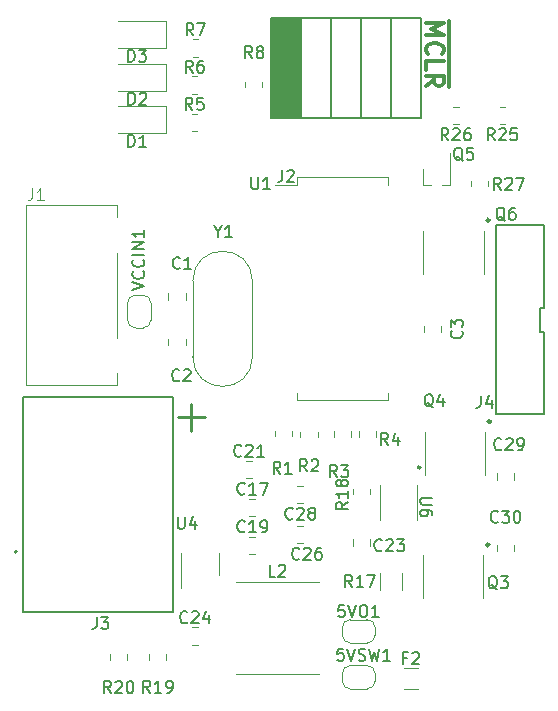
<source format=gbr>
%TF.GenerationSoftware,KiCad,Pcbnew,7.0.9*%
%TF.CreationDate,2024-03-29T14:20:45-04:00*%
%TF.ProjectId,charging_on_the_pad,63686172-6769-46e6-975f-6f6e5f746865,rev?*%
%TF.SameCoordinates,Original*%
%TF.FileFunction,Legend,Top*%
%TF.FilePolarity,Positive*%
%FSLAX46Y46*%
G04 Gerber Fmt 4.6, Leading zero omitted, Abs format (unit mm)*
G04 Created by KiCad (PCBNEW 7.0.9) date 2024-03-29 14:20:45*
%MOMM*%
%LPD*%
G01*
G04 APERTURE LIST*
%ADD10C,0.254000*%
%ADD11C,0.300000*%
%ADD12C,0.100000*%
%ADD13C,0.150000*%
%ADD14C,0.120000*%
%ADD15C,0.127000*%
%ADD16C,0.200000*%
%ADD17C,0.260000*%
%ADD18C,0.250000*%
G04 APERTURE END LIST*
D10*
X144428219Y-109882432D02*
X146750505Y-109882432D01*
X145589362Y-111043574D02*
X145589362Y-108721289D01*
D11*
X165451571Y-76525910D02*
X166951571Y-76525910D01*
X166951571Y-76525910D02*
X165880142Y-77025910D01*
X165880142Y-77025910D02*
X166951571Y-77525910D01*
X166951571Y-77525910D02*
X165451571Y-77525910D01*
X165594428Y-79097339D02*
X165523000Y-79025911D01*
X165523000Y-79025911D02*
X165451571Y-78811625D01*
X165451571Y-78811625D02*
X165451571Y-78668768D01*
X165451571Y-78668768D02*
X165523000Y-78454482D01*
X165523000Y-78454482D02*
X165665857Y-78311625D01*
X165665857Y-78311625D02*
X165808714Y-78240196D01*
X165808714Y-78240196D02*
X166094428Y-78168768D01*
X166094428Y-78168768D02*
X166308714Y-78168768D01*
X166308714Y-78168768D02*
X166594428Y-78240196D01*
X166594428Y-78240196D02*
X166737285Y-78311625D01*
X166737285Y-78311625D02*
X166880142Y-78454482D01*
X166880142Y-78454482D02*
X166951571Y-78668768D01*
X166951571Y-78668768D02*
X166951571Y-78811625D01*
X166951571Y-78811625D02*
X166880142Y-79025911D01*
X166880142Y-79025911D02*
X166808714Y-79097339D01*
X165451571Y-80454482D02*
X165451571Y-79740196D01*
X165451571Y-79740196D02*
X166951571Y-79740196D01*
X165451571Y-81811625D02*
X166165857Y-81311625D01*
X165451571Y-80954482D02*
X166951571Y-80954482D01*
X166951571Y-80954482D02*
X166951571Y-81525911D01*
X166951571Y-81525911D02*
X166880142Y-81668768D01*
X166880142Y-81668768D02*
X166808714Y-81740197D01*
X166808714Y-81740197D02*
X166665857Y-81811625D01*
X166665857Y-81811625D02*
X166451571Y-81811625D01*
X166451571Y-81811625D02*
X166308714Y-81740197D01*
X166308714Y-81740197D02*
X166237285Y-81668768D01*
X166237285Y-81668768D02*
X166165857Y-81525911D01*
X166165857Y-81525911D02*
X166165857Y-80954482D01*
X167368000Y-76318768D02*
X167368000Y-81947340D01*
D12*
X132102266Y-90482420D02*
X132102266Y-91208135D01*
X132102266Y-91208135D02*
X132054647Y-91353278D01*
X132054647Y-91353278D02*
X131959409Y-91450040D01*
X131959409Y-91450040D02*
X131816552Y-91498420D01*
X131816552Y-91498420D02*
X131721314Y-91498420D01*
X133102266Y-91498420D02*
X132530838Y-91498420D01*
X132816552Y-91498420D02*
X132816552Y-90482420D01*
X132816552Y-90482420D02*
X132721314Y-90627563D01*
X132721314Y-90627563D02*
X132626076Y-90724325D01*
X132626076Y-90724325D02*
X132530838Y-90772706D01*
D13*
X140231905Y-86974620D02*
X140231905Y-85958620D01*
X140231905Y-85958620D02*
X140470000Y-85958620D01*
X140470000Y-85958620D02*
X140612857Y-86007001D01*
X140612857Y-86007001D02*
X140708095Y-86103763D01*
X140708095Y-86103763D02*
X140755714Y-86200525D01*
X140755714Y-86200525D02*
X140803333Y-86394049D01*
X140803333Y-86394049D02*
X140803333Y-86539192D01*
X140803333Y-86539192D02*
X140755714Y-86732716D01*
X140755714Y-86732716D02*
X140708095Y-86829478D01*
X140708095Y-86829478D02*
X140612857Y-86926240D01*
X140612857Y-86926240D02*
X140470000Y-86974620D01*
X140470000Y-86974620D02*
X140231905Y-86974620D01*
X141755714Y-86974620D02*
X141184286Y-86974620D01*
X141470000Y-86974620D02*
X141470000Y-85958620D01*
X141470000Y-85958620D02*
X141374762Y-86103763D01*
X141374762Y-86103763D02*
X141279524Y-86200525D01*
X141279524Y-86200525D02*
X141184286Y-86248906D01*
X140257305Y-83393220D02*
X140257305Y-82377220D01*
X140257305Y-82377220D02*
X140495400Y-82377220D01*
X140495400Y-82377220D02*
X140638257Y-82425601D01*
X140638257Y-82425601D02*
X140733495Y-82522363D01*
X140733495Y-82522363D02*
X140781114Y-82619125D01*
X140781114Y-82619125D02*
X140828733Y-82812649D01*
X140828733Y-82812649D02*
X140828733Y-82957792D01*
X140828733Y-82957792D02*
X140781114Y-83151316D01*
X140781114Y-83151316D02*
X140733495Y-83248078D01*
X140733495Y-83248078D02*
X140638257Y-83344840D01*
X140638257Y-83344840D02*
X140495400Y-83393220D01*
X140495400Y-83393220D02*
X140257305Y-83393220D01*
X141209686Y-82473982D02*
X141257305Y-82425601D01*
X141257305Y-82425601D02*
X141352543Y-82377220D01*
X141352543Y-82377220D02*
X141590638Y-82377220D01*
X141590638Y-82377220D02*
X141685876Y-82425601D01*
X141685876Y-82425601D02*
X141733495Y-82473982D01*
X141733495Y-82473982D02*
X141781114Y-82570744D01*
X141781114Y-82570744D02*
X141781114Y-82667506D01*
X141781114Y-82667506D02*
X141733495Y-82812649D01*
X141733495Y-82812649D02*
X141162067Y-83393220D01*
X141162067Y-83393220D02*
X141781114Y-83393220D01*
X150106142Y-116316459D02*
X150058523Y-116364840D01*
X150058523Y-116364840D02*
X149915666Y-116413220D01*
X149915666Y-116413220D02*
X149820428Y-116413220D01*
X149820428Y-116413220D02*
X149677571Y-116364840D01*
X149677571Y-116364840D02*
X149582333Y-116268078D01*
X149582333Y-116268078D02*
X149534714Y-116171316D01*
X149534714Y-116171316D02*
X149487095Y-115977792D01*
X149487095Y-115977792D02*
X149487095Y-115832649D01*
X149487095Y-115832649D02*
X149534714Y-115639125D01*
X149534714Y-115639125D02*
X149582333Y-115542363D01*
X149582333Y-115542363D02*
X149677571Y-115445601D01*
X149677571Y-115445601D02*
X149820428Y-115397220D01*
X149820428Y-115397220D02*
X149915666Y-115397220D01*
X149915666Y-115397220D02*
X150058523Y-115445601D01*
X150058523Y-115445601D02*
X150106142Y-115493982D01*
X151058523Y-116413220D02*
X150487095Y-116413220D01*
X150772809Y-116413220D02*
X150772809Y-115397220D01*
X150772809Y-115397220D02*
X150677571Y-115542363D01*
X150677571Y-115542363D02*
X150582333Y-115639125D01*
X150582333Y-115639125D02*
X150487095Y-115687506D01*
X151391857Y-115397220D02*
X152058523Y-115397220D01*
X152058523Y-115397220D02*
X151629952Y-116413220D01*
X137563266Y-126785019D02*
X137563266Y-127499304D01*
X137563266Y-127499304D02*
X137515647Y-127642161D01*
X137515647Y-127642161D02*
X137420409Y-127737400D01*
X137420409Y-127737400D02*
X137277552Y-127785019D01*
X137277552Y-127785019D02*
X137182314Y-127785019D01*
X137944219Y-126785019D02*
X138563266Y-126785019D01*
X138563266Y-126785019D02*
X138229933Y-127165971D01*
X138229933Y-127165971D02*
X138372790Y-127165971D01*
X138372790Y-127165971D02*
X138468028Y-127213590D01*
X138468028Y-127213590D02*
X138515647Y-127261209D01*
X138515647Y-127261209D02*
X138563266Y-127356447D01*
X138563266Y-127356447D02*
X138563266Y-127594542D01*
X138563266Y-127594542D02*
X138515647Y-127689780D01*
X138515647Y-127689780D02*
X138468028Y-127737400D01*
X138468028Y-127737400D02*
X138372790Y-127785019D01*
X138372790Y-127785019D02*
X138087076Y-127785019D01*
X138087076Y-127785019D02*
X137991838Y-127737400D01*
X137991838Y-127737400D02*
X137944219Y-127689780D01*
X150734733Y-79456220D02*
X150401400Y-78972411D01*
X150163305Y-79456220D02*
X150163305Y-78440220D01*
X150163305Y-78440220D02*
X150544257Y-78440220D01*
X150544257Y-78440220D02*
X150639495Y-78488601D01*
X150639495Y-78488601D02*
X150687114Y-78536982D01*
X150687114Y-78536982D02*
X150734733Y-78633744D01*
X150734733Y-78633744D02*
X150734733Y-78778887D01*
X150734733Y-78778887D02*
X150687114Y-78875649D01*
X150687114Y-78875649D02*
X150639495Y-78924030D01*
X150639495Y-78924030D02*
X150544257Y-78972411D01*
X150544257Y-78972411D02*
X150163305Y-78972411D01*
X151306162Y-78875649D02*
X151210924Y-78827268D01*
X151210924Y-78827268D02*
X151163305Y-78778887D01*
X151163305Y-78778887D02*
X151115686Y-78682125D01*
X151115686Y-78682125D02*
X151115686Y-78633744D01*
X151115686Y-78633744D02*
X151163305Y-78536982D01*
X151163305Y-78536982D02*
X151210924Y-78488601D01*
X151210924Y-78488601D02*
X151306162Y-78440220D01*
X151306162Y-78440220D02*
X151496638Y-78440220D01*
X151496638Y-78440220D02*
X151591876Y-78488601D01*
X151591876Y-78488601D02*
X151639495Y-78536982D01*
X151639495Y-78536982D02*
X151687114Y-78633744D01*
X151687114Y-78633744D02*
X151687114Y-78682125D01*
X151687114Y-78682125D02*
X151639495Y-78778887D01*
X151639495Y-78778887D02*
X151591876Y-78827268D01*
X151591876Y-78827268D02*
X151496638Y-78875649D01*
X151496638Y-78875649D02*
X151306162Y-78875649D01*
X151306162Y-78875649D02*
X151210924Y-78924030D01*
X151210924Y-78924030D02*
X151163305Y-78972411D01*
X151163305Y-78972411D02*
X151115686Y-79069173D01*
X151115686Y-79069173D02*
X151115686Y-79262697D01*
X151115686Y-79262697D02*
X151163305Y-79359459D01*
X151163305Y-79359459D02*
X151210924Y-79407840D01*
X151210924Y-79407840D02*
X151306162Y-79456220D01*
X151306162Y-79456220D02*
X151496638Y-79456220D01*
X151496638Y-79456220D02*
X151591876Y-79407840D01*
X151591876Y-79407840D02*
X151639495Y-79359459D01*
X151639495Y-79359459D02*
X151687114Y-79262697D01*
X151687114Y-79262697D02*
X151687114Y-79069173D01*
X151687114Y-79069173D02*
X151639495Y-78972411D01*
X151639495Y-78972411D02*
X151591876Y-78924030D01*
X151591876Y-78924030D02*
X151496638Y-78875649D01*
X154170142Y-118437459D02*
X154122523Y-118485840D01*
X154122523Y-118485840D02*
X153979666Y-118534220D01*
X153979666Y-118534220D02*
X153884428Y-118534220D01*
X153884428Y-118534220D02*
X153741571Y-118485840D01*
X153741571Y-118485840D02*
X153646333Y-118389078D01*
X153646333Y-118389078D02*
X153598714Y-118292316D01*
X153598714Y-118292316D02*
X153551095Y-118098792D01*
X153551095Y-118098792D02*
X153551095Y-117953649D01*
X153551095Y-117953649D02*
X153598714Y-117760125D01*
X153598714Y-117760125D02*
X153646333Y-117663363D01*
X153646333Y-117663363D02*
X153741571Y-117566601D01*
X153741571Y-117566601D02*
X153884428Y-117518220D01*
X153884428Y-117518220D02*
X153979666Y-117518220D01*
X153979666Y-117518220D02*
X154122523Y-117566601D01*
X154122523Y-117566601D02*
X154170142Y-117614982D01*
X154551095Y-117614982D02*
X154598714Y-117566601D01*
X154598714Y-117566601D02*
X154693952Y-117518220D01*
X154693952Y-117518220D02*
X154932047Y-117518220D01*
X154932047Y-117518220D02*
X155027285Y-117566601D01*
X155027285Y-117566601D02*
X155074904Y-117614982D01*
X155074904Y-117614982D02*
X155122523Y-117711744D01*
X155122523Y-117711744D02*
X155122523Y-117808506D01*
X155122523Y-117808506D02*
X155074904Y-117953649D01*
X155074904Y-117953649D02*
X154503476Y-118534220D01*
X154503476Y-118534220D02*
X155122523Y-118534220D01*
X155693952Y-117953649D02*
X155598714Y-117905268D01*
X155598714Y-117905268D02*
X155551095Y-117856887D01*
X155551095Y-117856887D02*
X155503476Y-117760125D01*
X155503476Y-117760125D02*
X155503476Y-117711744D01*
X155503476Y-117711744D02*
X155551095Y-117614982D01*
X155551095Y-117614982D02*
X155598714Y-117566601D01*
X155598714Y-117566601D02*
X155693952Y-117518220D01*
X155693952Y-117518220D02*
X155884428Y-117518220D01*
X155884428Y-117518220D02*
X155979666Y-117566601D01*
X155979666Y-117566601D02*
X156027285Y-117614982D01*
X156027285Y-117614982D02*
X156074904Y-117711744D01*
X156074904Y-117711744D02*
X156074904Y-117760125D01*
X156074904Y-117760125D02*
X156027285Y-117856887D01*
X156027285Y-117856887D02*
X155979666Y-117905268D01*
X155979666Y-117905268D02*
X155884428Y-117953649D01*
X155884428Y-117953649D02*
X155693952Y-117953649D01*
X155693952Y-117953649D02*
X155598714Y-118002030D01*
X155598714Y-118002030D02*
X155551095Y-118050411D01*
X155551095Y-118050411D02*
X155503476Y-118147173D01*
X155503476Y-118147173D02*
X155503476Y-118340697D01*
X155503476Y-118340697D02*
X155551095Y-118437459D01*
X155551095Y-118437459D02*
X155598714Y-118485840D01*
X155598714Y-118485840D02*
X155693952Y-118534220D01*
X155693952Y-118534220D02*
X155884428Y-118534220D01*
X155884428Y-118534220D02*
X155979666Y-118485840D01*
X155979666Y-118485840D02*
X156027285Y-118437459D01*
X156027285Y-118437459D02*
X156074904Y-118340697D01*
X156074904Y-118340697D02*
X156074904Y-118147173D01*
X156074904Y-118147173D02*
X156027285Y-118050411D01*
X156027285Y-118050411D02*
X155979666Y-118002030D01*
X155979666Y-118002030D02*
X155884428Y-117953649D01*
X145756333Y-77535220D02*
X145423000Y-77051411D01*
X145184905Y-77535220D02*
X145184905Y-76519220D01*
X145184905Y-76519220D02*
X145565857Y-76519220D01*
X145565857Y-76519220D02*
X145661095Y-76567601D01*
X145661095Y-76567601D02*
X145708714Y-76615982D01*
X145708714Y-76615982D02*
X145756333Y-76712744D01*
X145756333Y-76712744D02*
X145756333Y-76857887D01*
X145756333Y-76857887D02*
X145708714Y-76954649D01*
X145708714Y-76954649D02*
X145661095Y-77003030D01*
X145661095Y-77003030D02*
X145565857Y-77051411D01*
X145565857Y-77051411D02*
X145184905Y-77051411D01*
X146089667Y-76519220D02*
X146756333Y-76519220D01*
X146756333Y-76519220D02*
X146327762Y-77535220D01*
X153122333Y-114635220D02*
X152789000Y-114151411D01*
X152550905Y-114635220D02*
X152550905Y-113619220D01*
X152550905Y-113619220D02*
X152931857Y-113619220D01*
X152931857Y-113619220D02*
X153027095Y-113667601D01*
X153027095Y-113667601D02*
X153074714Y-113715982D01*
X153074714Y-113715982D02*
X153122333Y-113812744D01*
X153122333Y-113812744D02*
X153122333Y-113957887D01*
X153122333Y-113957887D02*
X153074714Y-114054649D01*
X153074714Y-114054649D02*
X153027095Y-114103030D01*
X153027095Y-114103030D02*
X152931857Y-114151411D01*
X152931857Y-114151411D02*
X152550905Y-114151411D01*
X154074714Y-114635220D02*
X153503286Y-114635220D01*
X153789000Y-114635220D02*
X153789000Y-113619220D01*
X153789000Y-113619220D02*
X153693762Y-113764363D01*
X153693762Y-113764363D02*
X153598524Y-113861125D01*
X153598524Y-113861125D02*
X153503286Y-113909506D01*
X144449895Y-118292820D02*
X144449895Y-119115297D01*
X144449895Y-119115297D02*
X144497514Y-119212059D01*
X144497514Y-119212059D02*
X144545133Y-119260440D01*
X144545133Y-119260440D02*
X144640371Y-119308820D01*
X144640371Y-119308820D02*
X144830847Y-119308820D01*
X144830847Y-119308820D02*
X144926085Y-119260440D01*
X144926085Y-119260440D02*
X144973704Y-119212059D01*
X144973704Y-119212059D02*
X145021323Y-119115297D01*
X145021323Y-119115297D02*
X145021323Y-118292820D01*
X145926085Y-118631487D02*
X145926085Y-119308820D01*
X145687990Y-118244440D02*
X145449895Y-118970154D01*
X145449895Y-118970154D02*
X146068942Y-118970154D01*
X154728942Y-121828259D02*
X154681323Y-121876640D01*
X154681323Y-121876640D02*
X154538466Y-121925020D01*
X154538466Y-121925020D02*
X154443228Y-121925020D01*
X154443228Y-121925020D02*
X154300371Y-121876640D01*
X154300371Y-121876640D02*
X154205133Y-121779878D01*
X154205133Y-121779878D02*
X154157514Y-121683116D01*
X154157514Y-121683116D02*
X154109895Y-121489592D01*
X154109895Y-121489592D02*
X154109895Y-121344449D01*
X154109895Y-121344449D02*
X154157514Y-121150925D01*
X154157514Y-121150925D02*
X154205133Y-121054163D01*
X154205133Y-121054163D02*
X154300371Y-120957401D01*
X154300371Y-120957401D02*
X154443228Y-120909020D01*
X154443228Y-120909020D02*
X154538466Y-120909020D01*
X154538466Y-120909020D02*
X154681323Y-120957401D01*
X154681323Y-120957401D02*
X154728942Y-121005782D01*
X155109895Y-121005782D02*
X155157514Y-120957401D01*
X155157514Y-120957401D02*
X155252752Y-120909020D01*
X155252752Y-120909020D02*
X155490847Y-120909020D01*
X155490847Y-120909020D02*
X155586085Y-120957401D01*
X155586085Y-120957401D02*
X155633704Y-121005782D01*
X155633704Y-121005782D02*
X155681323Y-121102544D01*
X155681323Y-121102544D02*
X155681323Y-121199306D01*
X155681323Y-121199306D02*
X155633704Y-121344449D01*
X155633704Y-121344449D02*
X155062276Y-121925020D01*
X155062276Y-121925020D02*
X155681323Y-121925020D01*
X156538466Y-120909020D02*
X156347990Y-120909020D01*
X156347990Y-120909020D02*
X156252752Y-120957401D01*
X156252752Y-120957401D02*
X156205133Y-121005782D01*
X156205133Y-121005782D02*
X156109895Y-121150925D01*
X156109895Y-121150925D02*
X156062276Y-121344449D01*
X156062276Y-121344449D02*
X156062276Y-121731497D01*
X156062276Y-121731497D02*
X156109895Y-121828259D01*
X156109895Y-121828259D02*
X156157514Y-121876640D01*
X156157514Y-121876640D02*
X156252752Y-121925020D01*
X156252752Y-121925020D02*
X156443228Y-121925020D01*
X156443228Y-121925020D02*
X156538466Y-121876640D01*
X156538466Y-121876640D02*
X156586085Y-121828259D01*
X156586085Y-121828259D02*
X156633704Y-121731497D01*
X156633704Y-121731497D02*
X156633704Y-121489592D01*
X156633704Y-121489592D02*
X156586085Y-121392830D01*
X156586085Y-121392830D02*
X156538466Y-121344449D01*
X156538466Y-121344449D02*
X156443228Y-121296068D01*
X156443228Y-121296068D02*
X156252752Y-121296068D01*
X156252752Y-121296068D02*
X156157514Y-121344449D01*
X156157514Y-121344449D02*
X156109895Y-121392830D01*
X156109895Y-121392830D02*
X156062276Y-121489592D01*
X162240933Y-112222220D02*
X161907600Y-111738411D01*
X161669505Y-112222220D02*
X161669505Y-111206220D01*
X161669505Y-111206220D02*
X162050457Y-111206220D01*
X162050457Y-111206220D02*
X162145695Y-111254601D01*
X162145695Y-111254601D02*
X162193314Y-111302982D01*
X162193314Y-111302982D02*
X162240933Y-111399744D01*
X162240933Y-111399744D02*
X162240933Y-111544887D01*
X162240933Y-111544887D02*
X162193314Y-111641649D01*
X162193314Y-111641649D02*
X162145695Y-111690030D01*
X162145695Y-111690030D02*
X162050457Y-111738411D01*
X162050457Y-111738411D02*
X161669505Y-111738411D01*
X163098076Y-111544887D02*
X163098076Y-112222220D01*
X162859981Y-111157840D02*
X162621886Y-111883554D01*
X162621886Y-111883554D02*
X163240933Y-111883554D01*
X166071561Y-109016982D02*
X165976323Y-108968601D01*
X165976323Y-108968601D02*
X165881085Y-108871840D01*
X165881085Y-108871840D02*
X165738228Y-108726697D01*
X165738228Y-108726697D02*
X165642990Y-108678316D01*
X165642990Y-108678316D02*
X165547752Y-108678316D01*
X165595371Y-108920220D02*
X165500133Y-108871840D01*
X165500133Y-108871840D02*
X165404895Y-108775078D01*
X165404895Y-108775078D02*
X165357276Y-108581554D01*
X165357276Y-108581554D02*
X165357276Y-108242887D01*
X165357276Y-108242887D02*
X165404895Y-108049363D01*
X165404895Y-108049363D02*
X165500133Y-107952601D01*
X165500133Y-107952601D02*
X165595371Y-107904220D01*
X165595371Y-107904220D02*
X165785847Y-107904220D01*
X165785847Y-107904220D02*
X165881085Y-107952601D01*
X165881085Y-107952601D02*
X165976323Y-108049363D01*
X165976323Y-108049363D02*
X166023942Y-108242887D01*
X166023942Y-108242887D02*
X166023942Y-108581554D01*
X166023942Y-108581554D02*
X165976323Y-108775078D01*
X165976323Y-108775078D02*
X165881085Y-108871840D01*
X165881085Y-108871840D02*
X165785847Y-108920220D01*
X165785847Y-108920220D02*
X165595371Y-108920220D01*
X166881085Y-108242887D02*
X166881085Y-108920220D01*
X166642990Y-107855840D02*
X166404895Y-108581554D01*
X166404895Y-108581554D02*
X167023942Y-108581554D01*
X140220805Y-79761020D02*
X140220805Y-78745020D01*
X140220805Y-78745020D02*
X140458900Y-78745020D01*
X140458900Y-78745020D02*
X140601757Y-78793401D01*
X140601757Y-78793401D02*
X140696995Y-78890163D01*
X140696995Y-78890163D02*
X140744614Y-78986925D01*
X140744614Y-78986925D02*
X140792233Y-79180449D01*
X140792233Y-79180449D02*
X140792233Y-79325592D01*
X140792233Y-79325592D02*
X140744614Y-79519116D01*
X140744614Y-79519116D02*
X140696995Y-79615878D01*
X140696995Y-79615878D02*
X140601757Y-79712640D01*
X140601757Y-79712640D02*
X140458900Y-79761020D01*
X140458900Y-79761020D02*
X140220805Y-79761020D01*
X141125567Y-78745020D02*
X141744614Y-78745020D01*
X141744614Y-78745020D02*
X141411281Y-79132068D01*
X141411281Y-79132068D02*
X141554138Y-79132068D01*
X141554138Y-79132068D02*
X141649376Y-79180449D01*
X141649376Y-79180449D02*
X141696995Y-79228830D01*
X141696995Y-79228830D02*
X141744614Y-79325592D01*
X141744614Y-79325592D02*
X141744614Y-79567497D01*
X141744614Y-79567497D02*
X141696995Y-79664259D01*
X141696995Y-79664259D02*
X141649376Y-79712640D01*
X141649376Y-79712640D02*
X141554138Y-79761020D01*
X141554138Y-79761020D02*
X141268424Y-79761020D01*
X141268424Y-79761020D02*
X141173186Y-79712640D01*
X141173186Y-79712640D02*
X141125567Y-79664259D01*
X152690533Y-123372820D02*
X152214343Y-123372820D01*
X152214343Y-123372820D02*
X152214343Y-122356820D01*
X152976248Y-122453582D02*
X153023867Y-122405201D01*
X153023867Y-122405201D02*
X153119105Y-122356820D01*
X153119105Y-122356820D02*
X153357200Y-122356820D01*
X153357200Y-122356820D02*
X153452438Y-122405201D01*
X153452438Y-122405201D02*
X153500057Y-122453582D01*
X153500057Y-122453582D02*
X153547676Y-122550344D01*
X153547676Y-122550344D02*
X153547676Y-122647106D01*
X153547676Y-122647106D02*
X153500057Y-122792249D01*
X153500057Y-122792249D02*
X152928629Y-123372820D01*
X152928629Y-123372820D02*
X153547676Y-123372820D01*
X172142161Y-93243582D02*
X172046923Y-93195201D01*
X172046923Y-93195201D02*
X171951685Y-93098440D01*
X171951685Y-93098440D02*
X171808828Y-92953297D01*
X171808828Y-92953297D02*
X171713590Y-92904916D01*
X171713590Y-92904916D02*
X171618352Y-92904916D01*
X171665971Y-93146820D02*
X171570733Y-93098440D01*
X171570733Y-93098440D02*
X171475495Y-93001678D01*
X171475495Y-93001678D02*
X171427876Y-92808154D01*
X171427876Y-92808154D02*
X171427876Y-92469487D01*
X171427876Y-92469487D02*
X171475495Y-92275963D01*
X171475495Y-92275963D02*
X171570733Y-92179201D01*
X171570733Y-92179201D02*
X171665971Y-92130820D01*
X171665971Y-92130820D02*
X171856447Y-92130820D01*
X171856447Y-92130820D02*
X171951685Y-92179201D01*
X171951685Y-92179201D02*
X172046923Y-92275963D01*
X172046923Y-92275963D02*
X172094542Y-92469487D01*
X172094542Y-92469487D02*
X172094542Y-92808154D01*
X172094542Y-92808154D02*
X172046923Y-93001678D01*
X172046923Y-93001678D02*
X171951685Y-93098440D01*
X171951685Y-93098440D02*
X171856447Y-93146820D01*
X171856447Y-93146820D02*
X171665971Y-93146820D01*
X172951685Y-92130820D02*
X172761209Y-92130820D01*
X172761209Y-92130820D02*
X172665971Y-92179201D01*
X172665971Y-92179201D02*
X172618352Y-92227582D01*
X172618352Y-92227582D02*
X172523114Y-92372725D01*
X172523114Y-92372725D02*
X172475495Y-92566249D01*
X172475495Y-92566249D02*
X172475495Y-92953297D01*
X172475495Y-92953297D02*
X172523114Y-93050059D01*
X172523114Y-93050059D02*
X172570733Y-93098440D01*
X172570733Y-93098440D02*
X172665971Y-93146820D01*
X172665971Y-93146820D02*
X172856447Y-93146820D01*
X172856447Y-93146820D02*
X172951685Y-93098440D01*
X172951685Y-93098440D02*
X172999304Y-93050059D01*
X172999304Y-93050059D02*
X173046923Y-92953297D01*
X173046923Y-92953297D02*
X173046923Y-92711392D01*
X173046923Y-92711392D02*
X172999304Y-92614630D01*
X172999304Y-92614630D02*
X172951685Y-92566249D01*
X172951685Y-92566249D02*
X172856447Y-92517868D01*
X172856447Y-92517868D02*
X172665971Y-92517868D01*
X172665971Y-92517868D02*
X172570733Y-92566249D01*
X172570733Y-92566249D02*
X172523114Y-92614630D01*
X172523114Y-92614630D02*
X172475495Y-92711392D01*
X140594020Y-99091427D02*
X141610020Y-98758094D01*
X141610020Y-98758094D02*
X140594020Y-98424761D01*
X141513259Y-97519999D02*
X141561640Y-97567618D01*
X141561640Y-97567618D02*
X141610020Y-97710475D01*
X141610020Y-97710475D02*
X141610020Y-97805713D01*
X141610020Y-97805713D02*
X141561640Y-97948570D01*
X141561640Y-97948570D02*
X141464878Y-98043808D01*
X141464878Y-98043808D02*
X141368116Y-98091427D01*
X141368116Y-98091427D02*
X141174592Y-98139046D01*
X141174592Y-98139046D02*
X141029449Y-98139046D01*
X141029449Y-98139046D02*
X140835925Y-98091427D01*
X140835925Y-98091427D02*
X140739163Y-98043808D01*
X140739163Y-98043808D02*
X140642401Y-97948570D01*
X140642401Y-97948570D02*
X140594020Y-97805713D01*
X140594020Y-97805713D02*
X140594020Y-97710475D01*
X140594020Y-97710475D02*
X140642401Y-97567618D01*
X140642401Y-97567618D02*
X140690782Y-97519999D01*
X141513259Y-96519999D02*
X141561640Y-96567618D01*
X141561640Y-96567618D02*
X141610020Y-96710475D01*
X141610020Y-96710475D02*
X141610020Y-96805713D01*
X141610020Y-96805713D02*
X141561640Y-96948570D01*
X141561640Y-96948570D02*
X141464878Y-97043808D01*
X141464878Y-97043808D02*
X141368116Y-97091427D01*
X141368116Y-97091427D02*
X141174592Y-97139046D01*
X141174592Y-97139046D02*
X141029449Y-97139046D01*
X141029449Y-97139046D02*
X140835925Y-97091427D01*
X140835925Y-97091427D02*
X140739163Y-97043808D01*
X140739163Y-97043808D02*
X140642401Y-96948570D01*
X140642401Y-96948570D02*
X140594020Y-96805713D01*
X140594020Y-96805713D02*
X140594020Y-96710475D01*
X140594020Y-96710475D02*
X140642401Y-96567618D01*
X140642401Y-96567618D02*
X140690782Y-96519999D01*
X141610020Y-96091427D02*
X140594020Y-96091427D01*
X141610020Y-95615237D02*
X140594020Y-95615237D01*
X140594020Y-95615237D02*
X141610020Y-95043809D01*
X141610020Y-95043809D02*
X140594020Y-95043809D01*
X141610020Y-94043809D02*
X141610020Y-94615237D01*
X141610020Y-94329523D02*
X140594020Y-94329523D01*
X140594020Y-94329523D02*
X140739163Y-94424761D01*
X140739163Y-94424761D02*
X140835925Y-94519999D01*
X140835925Y-94519999D02*
X140884306Y-94615237D01*
X149826742Y-113116059D02*
X149779123Y-113164440D01*
X149779123Y-113164440D02*
X149636266Y-113212820D01*
X149636266Y-113212820D02*
X149541028Y-113212820D01*
X149541028Y-113212820D02*
X149398171Y-113164440D01*
X149398171Y-113164440D02*
X149302933Y-113067678D01*
X149302933Y-113067678D02*
X149255314Y-112970916D01*
X149255314Y-112970916D02*
X149207695Y-112777392D01*
X149207695Y-112777392D02*
X149207695Y-112632249D01*
X149207695Y-112632249D02*
X149255314Y-112438725D01*
X149255314Y-112438725D02*
X149302933Y-112341963D01*
X149302933Y-112341963D02*
X149398171Y-112245201D01*
X149398171Y-112245201D02*
X149541028Y-112196820D01*
X149541028Y-112196820D02*
X149636266Y-112196820D01*
X149636266Y-112196820D02*
X149779123Y-112245201D01*
X149779123Y-112245201D02*
X149826742Y-112293582D01*
X150207695Y-112293582D02*
X150255314Y-112245201D01*
X150255314Y-112245201D02*
X150350552Y-112196820D01*
X150350552Y-112196820D02*
X150588647Y-112196820D01*
X150588647Y-112196820D02*
X150683885Y-112245201D01*
X150683885Y-112245201D02*
X150731504Y-112293582D01*
X150731504Y-112293582D02*
X150779123Y-112390344D01*
X150779123Y-112390344D02*
X150779123Y-112487106D01*
X150779123Y-112487106D02*
X150731504Y-112632249D01*
X150731504Y-112632249D02*
X150160076Y-113212820D01*
X150160076Y-113212820D02*
X150779123Y-113212820D01*
X151731504Y-113212820D02*
X151160076Y-113212820D01*
X151445790Y-113212820D02*
X151445790Y-112196820D01*
X151445790Y-112196820D02*
X151350552Y-112341963D01*
X151350552Y-112341963D02*
X151255314Y-112438725D01*
X151255314Y-112438725D02*
X151160076Y-112487106D01*
X145705533Y-80684820D02*
X145372200Y-80201011D01*
X145134105Y-80684820D02*
X145134105Y-79668820D01*
X145134105Y-79668820D02*
X145515057Y-79668820D01*
X145515057Y-79668820D02*
X145610295Y-79717201D01*
X145610295Y-79717201D02*
X145657914Y-79765582D01*
X145657914Y-79765582D02*
X145705533Y-79862344D01*
X145705533Y-79862344D02*
X145705533Y-80007487D01*
X145705533Y-80007487D02*
X145657914Y-80104249D01*
X145657914Y-80104249D02*
X145610295Y-80152630D01*
X145610295Y-80152630D02*
X145515057Y-80201011D01*
X145515057Y-80201011D02*
X145134105Y-80201011D01*
X146562676Y-79668820D02*
X146372200Y-79668820D01*
X146372200Y-79668820D02*
X146276962Y-79717201D01*
X146276962Y-79717201D02*
X146229343Y-79765582D01*
X146229343Y-79765582D02*
X146134105Y-79910725D01*
X146134105Y-79910725D02*
X146086486Y-80104249D01*
X146086486Y-80104249D02*
X146086486Y-80491297D01*
X146086486Y-80491297D02*
X146134105Y-80588059D01*
X146134105Y-80588059D02*
X146181724Y-80636440D01*
X146181724Y-80636440D02*
X146276962Y-80684820D01*
X146276962Y-80684820D02*
X146467438Y-80684820D01*
X146467438Y-80684820D02*
X146562676Y-80636440D01*
X146562676Y-80636440D02*
X146610295Y-80588059D01*
X146610295Y-80588059D02*
X146657914Y-80491297D01*
X146657914Y-80491297D02*
X146657914Y-80249392D01*
X146657914Y-80249392D02*
X146610295Y-80152630D01*
X146610295Y-80152630D02*
X146562676Y-80104249D01*
X146562676Y-80104249D02*
X146467438Y-80055868D01*
X146467438Y-80055868D02*
X146276962Y-80055868D01*
X146276962Y-80055868D02*
X146181724Y-80104249D01*
X146181724Y-80104249D02*
X146134105Y-80152630D01*
X146134105Y-80152630D02*
X146086486Y-80249392D01*
X145254742Y-127213059D02*
X145207123Y-127261440D01*
X145207123Y-127261440D02*
X145064266Y-127309820D01*
X145064266Y-127309820D02*
X144969028Y-127309820D01*
X144969028Y-127309820D02*
X144826171Y-127261440D01*
X144826171Y-127261440D02*
X144730933Y-127164678D01*
X144730933Y-127164678D02*
X144683314Y-127067916D01*
X144683314Y-127067916D02*
X144635695Y-126874392D01*
X144635695Y-126874392D02*
X144635695Y-126729249D01*
X144635695Y-126729249D02*
X144683314Y-126535725D01*
X144683314Y-126535725D02*
X144730933Y-126438963D01*
X144730933Y-126438963D02*
X144826171Y-126342201D01*
X144826171Y-126342201D02*
X144969028Y-126293820D01*
X144969028Y-126293820D02*
X145064266Y-126293820D01*
X145064266Y-126293820D02*
X145207123Y-126342201D01*
X145207123Y-126342201D02*
X145254742Y-126390582D01*
X145635695Y-126390582D02*
X145683314Y-126342201D01*
X145683314Y-126342201D02*
X145778552Y-126293820D01*
X145778552Y-126293820D02*
X146016647Y-126293820D01*
X146016647Y-126293820D02*
X146111885Y-126342201D01*
X146111885Y-126342201D02*
X146159504Y-126390582D01*
X146159504Y-126390582D02*
X146207123Y-126487344D01*
X146207123Y-126487344D02*
X146207123Y-126584106D01*
X146207123Y-126584106D02*
X146159504Y-126729249D01*
X146159504Y-126729249D02*
X145588076Y-127309820D01*
X145588076Y-127309820D02*
X146207123Y-127309820D01*
X147064266Y-126632487D02*
X147064266Y-127309820D01*
X146826171Y-126245440D02*
X146588076Y-126971154D01*
X146588076Y-126971154D02*
X147207123Y-126971154D01*
X147834409Y-94161611D02*
X147834409Y-94645420D01*
X147501076Y-93629420D02*
X147834409Y-94161611D01*
X147834409Y-94161611D02*
X148167742Y-93629420D01*
X149024885Y-94645420D02*
X148453457Y-94645420D01*
X148739171Y-94645420D02*
X148739171Y-93629420D01*
X148739171Y-93629420D02*
X148643933Y-93774563D01*
X148643933Y-93774563D02*
X148548695Y-93871325D01*
X148548695Y-93871325D02*
X148453457Y-93919706D01*
X170100666Y-108056620D02*
X170100666Y-108782335D01*
X170100666Y-108782335D02*
X170053047Y-108927478D01*
X170053047Y-108927478D02*
X169957809Y-109024240D01*
X169957809Y-109024240D02*
X169814952Y-109072620D01*
X169814952Y-109072620D02*
X169719714Y-109072620D01*
X171005428Y-108395287D02*
X171005428Y-109072620D01*
X170767333Y-108008240D02*
X170529238Y-108733954D01*
X170529238Y-108733954D02*
X171148285Y-108733954D01*
X158458114Y-129468820D02*
X157981924Y-129468820D01*
X157981924Y-129468820D02*
X157934305Y-129952630D01*
X157934305Y-129952630D02*
X157981924Y-129904249D01*
X157981924Y-129904249D02*
X158077162Y-129855868D01*
X158077162Y-129855868D02*
X158315257Y-129855868D01*
X158315257Y-129855868D02*
X158410495Y-129904249D01*
X158410495Y-129904249D02*
X158458114Y-129952630D01*
X158458114Y-129952630D02*
X158505733Y-130049392D01*
X158505733Y-130049392D02*
X158505733Y-130291297D01*
X158505733Y-130291297D02*
X158458114Y-130388059D01*
X158458114Y-130388059D02*
X158410495Y-130436440D01*
X158410495Y-130436440D02*
X158315257Y-130484820D01*
X158315257Y-130484820D02*
X158077162Y-130484820D01*
X158077162Y-130484820D02*
X157981924Y-130436440D01*
X157981924Y-130436440D02*
X157934305Y-130388059D01*
X158791448Y-129468820D02*
X159124781Y-130484820D01*
X159124781Y-130484820D02*
X159458114Y-129468820D01*
X159743829Y-130436440D02*
X159886686Y-130484820D01*
X159886686Y-130484820D02*
X160124781Y-130484820D01*
X160124781Y-130484820D02*
X160220019Y-130436440D01*
X160220019Y-130436440D02*
X160267638Y-130388059D01*
X160267638Y-130388059D02*
X160315257Y-130291297D01*
X160315257Y-130291297D02*
X160315257Y-130194535D01*
X160315257Y-130194535D02*
X160267638Y-130097773D01*
X160267638Y-130097773D02*
X160220019Y-130049392D01*
X160220019Y-130049392D02*
X160124781Y-130001011D01*
X160124781Y-130001011D02*
X159934305Y-129952630D01*
X159934305Y-129952630D02*
X159839067Y-129904249D01*
X159839067Y-129904249D02*
X159791448Y-129855868D01*
X159791448Y-129855868D02*
X159743829Y-129759106D01*
X159743829Y-129759106D02*
X159743829Y-129662344D01*
X159743829Y-129662344D02*
X159791448Y-129565582D01*
X159791448Y-129565582D02*
X159839067Y-129517201D01*
X159839067Y-129517201D02*
X159934305Y-129468820D01*
X159934305Y-129468820D02*
X160172400Y-129468820D01*
X160172400Y-129468820D02*
X160315257Y-129517201D01*
X160648591Y-129468820D02*
X160886686Y-130484820D01*
X160886686Y-130484820D02*
X161077162Y-129759106D01*
X161077162Y-129759106D02*
X161267638Y-130484820D01*
X161267638Y-130484820D02*
X161505734Y-129468820D01*
X162410495Y-130484820D02*
X161839067Y-130484820D01*
X162124781Y-130484820D02*
X162124781Y-129468820D01*
X162124781Y-129468820D02*
X162029543Y-129613963D01*
X162029543Y-129613963D02*
X161934305Y-129710725D01*
X161934305Y-129710725D02*
X161839067Y-129759106D01*
X144626033Y-97211759D02*
X144578414Y-97260140D01*
X144578414Y-97260140D02*
X144435557Y-97308520D01*
X144435557Y-97308520D02*
X144340319Y-97308520D01*
X144340319Y-97308520D02*
X144197462Y-97260140D01*
X144197462Y-97260140D02*
X144102224Y-97163378D01*
X144102224Y-97163378D02*
X144054605Y-97066616D01*
X144054605Y-97066616D02*
X144006986Y-96873092D01*
X144006986Y-96873092D02*
X144006986Y-96727949D01*
X144006986Y-96727949D02*
X144054605Y-96534425D01*
X144054605Y-96534425D02*
X144102224Y-96437663D01*
X144102224Y-96437663D02*
X144197462Y-96340901D01*
X144197462Y-96340901D02*
X144340319Y-96292520D01*
X144340319Y-96292520D02*
X144435557Y-96292520D01*
X144435557Y-96292520D02*
X144578414Y-96340901D01*
X144578414Y-96340901D02*
X144626033Y-96389282D01*
X145578414Y-97308520D02*
X145006986Y-97308520D01*
X145292700Y-97308520D02*
X145292700Y-96292520D01*
X145292700Y-96292520D02*
X145197462Y-96437663D01*
X145197462Y-96437663D02*
X145102224Y-96534425D01*
X145102224Y-96534425D02*
X145006986Y-96582806D01*
X155382933Y-114448020D02*
X155049600Y-113964211D01*
X154811505Y-114448020D02*
X154811505Y-113432020D01*
X154811505Y-113432020D02*
X155192457Y-113432020D01*
X155192457Y-113432020D02*
X155287695Y-113480401D01*
X155287695Y-113480401D02*
X155335314Y-113528782D01*
X155335314Y-113528782D02*
X155382933Y-113625544D01*
X155382933Y-113625544D02*
X155382933Y-113770687D01*
X155382933Y-113770687D02*
X155335314Y-113867449D01*
X155335314Y-113867449D02*
X155287695Y-113915830D01*
X155287695Y-113915830D02*
X155192457Y-113964211D01*
X155192457Y-113964211D02*
X154811505Y-113964211D01*
X155763886Y-113528782D02*
X155811505Y-113480401D01*
X155811505Y-113480401D02*
X155906743Y-113432020D01*
X155906743Y-113432020D02*
X156144838Y-113432020D01*
X156144838Y-113432020D02*
X156240076Y-113480401D01*
X156240076Y-113480401D02*
X156287695Y-113528782D01*
X156287695Y-113528782D02*
X156335314Y-113625544D01*
X156335314Y-113625544D02*
X156335314Y-113722306D01*
X156335314Y-113722306D02*
X156287695Y-113867449D01*
X156287695Y-113867449D02*
X155716267Y-114448020D01*
X155716267Y-114448020D02*
X156335314Y-114448020D01*
X168462659Y-102554066D02*
X168511040Y-102601685D01*
X168511040Y-102601685D02*
X168559420Y-102744542D01*
X168559420Y-102744542D02*
X168559420Y-102839780D01*
X168559420Y-102839780D02*
X168511040Y-102982637D01*
X168511040Y-102982637D02*
X168414278Y-103077875D01*
X168414278Y-103077875D02*
X168317516Y-103125494D01*
X168317516Y-103125494D02*
X168123992Y-103173113D01*
X168123992Y-103173113D02*
X167978849Y-103173113D01*
X167978849Y-103173113D02*
X167785325Y-103125494D01*
X167785325Y-103125494D02*
X167688563Y-103077875D01*
X167688563Y-103077875D02*
X167591801Y-102982637D01*
X167591801Y-102982637D02*
X167543420Y-102839780D01*
X167543420Y-102839780D02*
X167543420Y-102744542D01*
X167543420Y-102744542D02*
X167591801Y-102601685D01*
X167591801Y-102601685D02*
X167640182Y-102554066D01*
X167543420Y-102220732D02*
X167543420Y-101601685D01*
X167543420Y-101601685D02*
X167930468Y-101935018D01*
X167930468Y-101935018D02*
X167930468Y-101792161D01*
X167930468Y-101792161D02*
X167978849Y-101696923D01*
X167978849Y-101696923D02*
X168027230Y-101649304D01*
X168027230Y-101649304D02*
X168123992Y-101601685D01*
X168123992Y-101601685D02*
X168365897Y-101601685D01*
X168365897Y-101601685D02*
X168462659Y-101649304D01*
X168462659Y-101649304D02*
X168511040Y-101696923D01*
X168511040Y-101696923D02*
X168559420Y-101792161D01*
X168559420Y-101792161D02*
X168559420Y-102077875D01*
X168559420Y-102077875D02*
X168511040Y-102173113D01*
X168511040Y-102173113D02*
X168462659Y-102220732D01*
X161713942Y-121117059D02*
X161666323Y-121165440D01*
X161666323Y-121165440D02*
X161523466Y-121213820D01*
X161523466Y-121213820D02*
X161428228Y-121213820D01*
X161428228Y-121213820D02*
X161285371Y-121165440D01*
X161285371Y-121165440D02*
X161190133Y-121068678D01*
X161190133Y-121068678D02*
X161142514Y-120971916D01*
X161142514Y-120971916D02*
X161094895Y-120778392D01*
X161094895Y-120778392D02*
X161094895Y-120633249D01*
X161094895Y-120633249D02*
X161142514Y-120439725D01*
X161142514Y-120439725D02*
X161190133Y-120342963D01*
X161190133Y-120342963D02*
X161285371Y-120246201D01*
X161285371Y-120246201D02*
X161428228Y-120197820D01*
X161428228Y-120197820D02*
X161523466Y-120197820D01*
X161523466Y-120197820D02*
X161666323Y-120246201D01*
X161666323Y-120246201D02*
X161713942Y-120294582D01*
X162094895Y-120294582D02*
X162142514Y-120246201D01*
X162142514Y-120246201D02*
X162237752Y-120197820D01*
X162237752Y-120197820D02*
X162475847Y-120197820D01*
X162475847Y-120197820D02*
X162571085Y-120246201D01*
X162571085Y-120246201D02*
X162618704Y-120294582D01*
X162618704Y-120294582D02*
X162666323Y-120391344D01*
X162666323Y-120391344D02*
X162666323Y-120488106D01*
X162666323Y-120488106D02*
X162618704Y-120633249D01*
X162618704Y-120633249D02*
X162047276Y-121213820D01*
X162047276Y-121213820D02*
X162666323Y-121213820D01*
X162999657Y-120197820D02*
X163618704Y-120197820D01*
X163618704Y-120197820D02*
X163285371Y-120584868D01*
X163285371Y-120584868D02*
X163428228Y-120584868D01*
X163428228Y-120584868D02*
X163523466Y-120633249D01*
X163523466Y-120633249D02*
X163571085Y-120681630D01*
X163571085Y-120681630D02*
X163618704Y-120778392D01*
X163618704Y-120778392D02*
X163618704Y-121020297D01*
X163618704Y-121020297D02*
X163571085Y-121117059D01*
X163571085Y-121117059D02*
X163523466Y-121165440D01*
X163523466Y-121165440D02*
X163428228Y-121213820D01*
X163428228Y-121213820D02*
X163142514Y-121213820D01*
X163142514Y-121213820D02*
X163047276Y-121165440D01*
X163047276Y-121165440D02*
X162999657Y-121117059D01*
X144575233Y-106719159D02*
X144527614Y-106767540D01*
X144527614Y-106767540D02*
X144384757Y-106815920D01*
X144384757Y-106815920D02*
X144289519Y-106815920D01*
X144289519Y-106815920D02*
X144146662Y-106767540D01*
X144146662Y-106767540D02*
X144051424Y-106670778D01*
X144051424Y-106670778D02*
X144003805Y-106574016D01*
X144003805Y-106574016D02*
X143956186Y-106380492D01*
X143956186Y-106380492D02*
X143956186Y-106235349D01*
X143956186Y-106235349D02*
X144003805Y-106041825D01*
X144003805Y-106041825D02*
X144051424Y-105945063D01*
X144051424Y-105945063D02*
X144146662Y-105848301D01*
X144146662Y-105848301D02*
X144289519Y-105799920D01*
X144289519Y-105799920D02*
X144384757Y-105799920D01*
X144384757Y-105799920D02*
X144527614Y-105848301D01*
X144527614Y-105848301D02*
X144575233Y-105896682D01*
X144956186Y-105896682D02*
X145003805Y-105848301D01*
X145003805Y-105848301D02*
X145099043Y-105799920D01*
X145099043Y-105799920D02*
X145337138Y-105799920D01*
X145337138Y-105799920D02*
X145432376Y-105848301D01*
X145432376Y-105848301D02*
X145479995Y-105896682D01*
X145479995Y-105896682D02*
X145527614Y-105993444D01*
X145527614Y-105993444D02*
X145527614Y-106090206D01*
X145527614Y-106090206D02*
X145479995Y-106235349D01*
X145479995Y-106235349D02*
X144908567Y-106815920D01*
X144908567Y-106815920D02*
X145527614Y-106815920D01*
X163826866Y-130232030D02*
X163493533Y-130232030D01*
X163493533Y-130764220D02*
X163493533Y-129748220D01*
X163493533Y-129748220D02*
X163969723Y-129748220D01*
X164303057Y-129844982D02*
X164350676Y-129796601D01*
X164350676Y-129796601D02*
X164445914Y-129748220D01*
X164445914Y-129748220D02*
X164684009Y-129748220D01*
X164684009Y-129748220D02*
X164779247Y-129796601D01*
X164779247Y-129796601D02*
X164826866Y-129844982D01*
X164826866Y-129844982D02*
X164874485Y-129941744D01*
X164874485Y-129941744D02*
X164874485Y-130038506D01*
X164874485Y-130038506D02*
X164826866Y-130183649D01*
X164826866Y-130183649D02*
X164255438Y-130764220D01*
X164255438Y-130764220D02*
X164874485Y-130764220D01*
X145680133Y-83834420D02*
X145346800Y-83350611D01*
X145108705Y-83834420D02*
X145108705Y-82818420D01*
X145108705Y-82818420D02*
X145489657Y-82818420D01*
X145489657Y-82818420D02*
X145584895Y-82866801D01*
X145584895Y-82866801D02*
X145632514Y-82915182D01*
X145632514Y-82915182D02*
X145680133Y-83011944D01*
X145680133Y-83011944D02*
X145680133Y-83157087D01*
X145680133Y-83157087D02*
X145632514Y-83253849D01*
X145632514Y-83253849D02*
X145584895Y-83302230D01*
X145584895Y-83302230D02*
X145489657Y-83350611D01*
X145489657Y-83350611D02*
X145108705Y-83350611D01*
X146584895Y-82818420D02*
X146108705Y-82818420D01*
X146108705Y-82818420D02*
X146061086Y-83302230D01*
X146061086Y-83302230D02*
X146108705Y-83253849D01*
X146108705Y-83253849D02*
X146203943Y-83205468D01*
X146203943Y-83205468D02*
X146442038Y-83205468D01*
X146442038Y-83205468D02*
X146537276Y-83253849D01*
X146537276Y-83253849D02*
X146584895Y-83302230D01*
X146584895Y-83302230D02*
X146632514Y-83398992D01*
X146632514Y-83398992D02*
X146632514Y-83640897D01*
X146632514Y-83640897D02*
X146584895Y-83737659D01*
X146584895Y-83737659D02*
X146537276Y-83786040D01*
X146537276Y-83786040D02*
X146442038Y-83834420D01*
X146442038Y-83834420D02*
X146203943Y-83834420D01*
X146203943Y-83834420D02*
X146108705Y-83786040D01*
X146108705Y-83786040D02*
X146061086Y-83737659D01*
X167352742Y-86414820D02*
X167019409Y-85931011D01*
X166781314Y-86414820D02*
X166781314Y-85398820D01*
X166781314Y-85398820D02*
X167162266Y-85398820D01*
X167162266Y-85398820D02*
X167257504Y-85447201D01*
X167257504Y-85447201D02*
X167305123Y-85495582D01*
X167305123Y-85495582D02*
X167352742Y-85592344D01*
X167352742Y-85592344D02*
X167352742Y-85737487D01*
X167352742Y-85737487D02*
X167305123Y-85834249D01*
X167305123Y-85834249D02*
X167257504Y-85882630D01*
X167257504Y-85882630D02*
X167162266Y-85931011D01*
X167162266Y-85931011D02*
X166781314Y-85931011D01*
X167733695Y-85495582D02*
X167781314Y-85447201D01*
X167781314Y-85447201D02*
X167876552Y-85398820D01*
X167876552Y-85398820D02*
X168114647Y-85398820D01*
X168114647Y-85398820D02*
X168209885Y-85447201D01*
X168209885Y-85447201D02*
X168257504Y-85495582D01*
X168257504Y-85495582D02*
X168305123Y-85592344D01*
X168305123Y-85592344D02*
X168305123Y-85689106D01*
X168305123Y-85689106D02*
X168257504Y-85834249D01*
X168257504Y-85834249D02*
X167686076Y-86414820D01*
X167686076Y-86414820D02*
X168305123Y-86414820D01*
X169162266Y-85398820D02*
X168971790Y-85398820D01*
X168971790Y-85398820D02*
X168876552Y-85447201D01*
X168876552Y-85447201D02*
X168828933Y-85495582D01*
X168828933Y-85495582D02*
X168733695Y-85640725D01*
X168733695Y-85640725D02*
X168686076Y-85834249D01*
X168686076Y-85834249D02*
X168686076Y-86221297D01*
X168686076Y-86221297D02*
X168733695Y-86318059D01*
X168733695Y-86318059D02*
X168781314Y-86366440D01*
X168781314Y-86366440D02*
X168876552Y-86414820D01*
X168876552Y-86414820D02*
X169067028Y-86414820D01*
X169067028Y-86414820D02*
X169162266Y-86366440D01*
X169162266Y-86366440D02*
X169209885Y-86318059D01*
X169209885Y-86318059D02*
X169257504Y-86221297D01*
X169257504Y-86221297D02*
X169257504Y-85979392D01*
X169257504Y-85979392D02*
X169209885Y-85882630D01*
X169209885Y-85882630D02*
X169162266Y-85834249D01*
X169162266Y-85834249D02*
X169067028Y-85785868D01*
X169067028Y-85785868D02*
X168876552Y-85785868D01*
X168876552Y-85785868D02*
X168781314Y-85834249D01*
X168781314Y-85834249D02*
X168733695Y-85882630D01*
X168733695Y-85882630D02*
X168686076Y-85979392D01*
X138777742Y-133228020D02*
X138444409Y-132744211D01*
X138206314Y-133228020D02*
X138206314Y-132212020D01*
X138206314Y-132212020D02*
X138587266Y-132212020D01*
X138587266Y-132212020D02*
X138682504Y-132260401D01*
X138682504Y-132260401D02*
X138730123Y-132308782D01*
X138730123Y-132308782D02*
X138777742Y-132405544D01*
X138777742Y-132405544D02*
X138777742Y-132550687D01*
X138777742Y-132550687D02*
X138730123Y-132647449D01*
X138730123Y-132647449D02*
X138682504Y-132695830D01*
X138682504Y-132695830D02*
X138587266Y-132744211D01*
X138587266Y-132744211D02*
X138206314Y-132744211D01*
X139158695Y-132308782D02*
X139206314Y-132260401D01*
X139206314Y-132260401D02*
X139301552Y-132212020D01*
X139301552Y-132212020D02*
X139539647Y-132212020D01*
X139539647Y-132212020D02*
X139634885Y-132260401D01*
X139634885Y-132260401D02*
X139682504Y-132308782D01*
X139682504Y-132308782D02*
X139730123Y-132405544D01*
X139730123Y-132405544D02*
X139730123Y-132502306D01*
X139730123Y-132502306D02*
X139682504Y-132647449D01*
X139682504Y-132647449D02*
X139111076Y-133228020D01*
X139111076Y-133228020D02*
X139730123Y-133228020D01*
X140349171Y-132212020D02*
X140444409Y-132212020D01*
X140444409Y-132212020D02*
X140539647Y-132260401D01*
X140539647Y-132260401D02*
X140587266Y-132308782D01*
X140587266Y-132308782D02*
X140634885Y-132405544D01*
X140634885Y-132405544D02*
X140682504Y-132599068D01*
X140682504Y-132599068D02*
X140682504Y-132840973D01*
X140682504Y-132840973D02*
X140634885Y-133034497D01*
X140634885Y-133034497D02*
X140587266Y-133131259D01*
X140587266Y-133131259D02*
X140539647Y-133179640D01*
X140539647Y-133179640D02*
X140444409Y-133228020D01*
X140444409Y-133228020D02*
X140349171Y-133228020D01*
X140349171Y-133228020D02*
X140253933Y-133179640D01*
X140253933Y-133179640D02*
X140206314Y-133131259D01*
X140206314Y-133131259D02*
X140158695Y-133034497D01*
X140158695Y-133034497D02*
X140111076Y-132840973D01*
X140111076Y-132840973D02*
X140111076Y-132599068D01*
X140111076Y-132599068D02*
X140158695Y-132405544D01*
X140158695Y-132405544D02*
X140206314Y-132308782D01*
X140206314Y-132308782D02*
X140253933Y-132260401D01*
X140253933Y-132260401D02*
X140349171Y-132212020D01*
X142105142Y-133177220D02*
X141771809Y-132693411D01*
X141533714Y-133177220D02*
X141533714Y-132161220D01*
X141533714Y-132161220D02*
X141914666Y-132161220D01*
X141914666Y-132161220D02*
X142009904Y-132209601D01*
X142009904Y-132209601D02*
X142057523Y-132257982D01*
X142057523Y-132257982D02*
X142105142Y-132354744D01*
X142105142Y-132354744D02*
X142105142Y-132499887D01*
X142105142Y-132499887D02*
X142057523Y-132596649D01*
X142057523Y-132596649D02*
X142009904Y-132645030D01*
X142009904Y-132645030D02*
X141914666Y-132693411D01*
X141914666Y-132693411D02*
X141533714Y-132693411D01*
X143057523Y-133177220D02*
X142486095Y-133177220D01*
X142771809Y-133177220D02*
X142771809Y-132161220D01*
X142771809Y-132161220D02*
X142676571Y-132306363D01*
X142676571Y-132306363D02*
X142581333Y-132403125D01*
X142581333Y-132403125D02*
X142486095Y-132451506D01*
X143533714Y-133177220D02*
X143724190Y-133177220D01*
X143724190Y-133177220D02*
X143819428Y-133128840D01*
X143819428Y-133128840D02*
X143867047Y-133080459D01*
X143867047Y-133080459D02*
X143962285Y-132935316D01*
X143962285Y-132935316D02*
X144009904Y-132741792D01*
X144009904Y-132741792D02*
X144009904Y-132354744D01*
X144009904Y-132354744D02*
X143962285Y-132257982D01*
X143962285Y-132257982D02*
X143914666Y-132209601D01*
X143914666Y-132209601D02*
X143819428Y-132161220D01*
X143819428Y-132161220D02*
X143628952Y-132161220D01*
X143628952Y-132161220D02*
X143533714Y-132209601D01*
X143533714Y-132209601D02*
X143486095Y-132257982D01*
X143486095Y-132257982D02*
X143438476Y-132354744D01*
X143438476Y-132354744D02*
X143438476Y-132596649D01*
X143438476Y-132596649D02*
X143486095Y-132693411D01*
X143486095Y-132693411D02*
X143533714Y-132741792D01*
X143533714Y-132741792D02*
X143628952Y-132790173D01*
X143628952Y-132790173D02*
X143819428Y-132790173D01*
X143819428Y-132790173D02*
X143914666Y-132741792D01*
X143914666Y-132741792D02*
X143962285Y-132693411D01*
X143962285Y-132693411D02*
X144009904Y-132596649D01*
X158856620Y-117051057D02*
X158372811Y-117384390D01*
X158856620Y-117622485D02*
X157840620Y-117622485D01*
X157840620Y-117622485D02*
X157840620Y-117241533D01*
X157840620Y-117241533D02*
X157889001Y-117146295D01*
X157889001Y-117146295D02*
X157937382Y-117098676D01*
X157937382Y-117098676D02*
X158034144Y-117051057D01*
X158034144Y-117051057D02*
X158179287Y-117051057D01*
X158179287Y-117051057D02*
X158276049Y-117098676D01*
X158276049Y-117098676D02*
X158324430Y-117146295D01*
X158324430Y-117146295D02*
X158372811Y-117241533D01*
X158372811Y-117241533D02*
X158372811Y-117622485D01*
X158856620Y-116098676D02*
X158856620Y-116670104D01*
X158856620Y-116384390D02*
X157840620Y-116384390D01*
X157840620Y-116384390D02*
X157985763Y-116479628D01*
X157985763Y-116479628D02*
X158082525Y-116574866D01*
X158082525Y-116574866D02*
X158130906Y-116670104D01*
X158276049Y-115527247D02*
X158227668Y-115622485D01*
X158227668Y-115622485D02*
X158179287Y-115670104D01*
X158179287Y-115670104D02*
X158082525Y-115717723D01*
X158082525Y-115717723D02*
X158034144Y-115717723D01*
X158034144Y-115717723D02*
X157937382Y-115670104D01*
X157937382Y-115670104D02*
X157889001Y-115622485D01*
X157889001Y-115622485D02*
X157840620Y-115527247D01*
X157840620Y-115527247D02*
X157840620Y-115336771D01*
X157840620Y-115336771D02*
X157889001Y-115241533D01*
X157889001Y-115241533D02*
X157937382Y-115193914D01*
X157937382Y-115193914D02*
X158034144Y-115146295D01*
X158034144Y-115146295D02*
X158082525Y-115146295D01*
X158082525Y-115146295D02*
X158179287Y-115193914D01*
X158179287Y-115193914D02*
X158227668Y-115241533D01*
X158227668Y-115241533D02*
X158276049Y-115336771D01*
X158276049Y-115336771D02*
X158276049Y-115527247D01*
X158276049Y-115527247D02*
X158324430Y-115622485D01*
X158324430Y-115622485D02*
X158372811Y-115670104D01*
X158372811Y-115670104D02*
X158469573Y-115717723D01*
X158469573Y-115717723D02*
X158663097Y-115717723D01*
X158663097Y-115717723D02*
X158759859Y-115670104D01*
X158759859Y-115670104D02*
X158808240Y-115622485D01*
X158808240Y-115622485D02*
X158856620Y-115527247D01*
X158856620Y-115527247D02*
X158856620Y-115336771D01*
X158856620Y-115336771D02*
X158808240Y-115241533D01*
X158808240Y-115241533D02*
X158759859Y-115193914D01*
X158759859Y-115193914D02*
X158663097Y-115146295D01*
X158663097Y-115146295D02*
X158469573Y-115146295D01*
X158469573Y-115146295D02*
X158372811Y-115193914D01*
X158372811Y-115193914D02*
X158324430Y-115241533D01*
X158324430Y-115241533D02*
X158276049Y-115336771D01*
X153285866Y-88932119D02*
X153285866Y-89646404D01*
X153285866Y-89646404D02*
X153238247Y-89789261D01*
X153238247Y-89789261D02*
X153143009Y-89884500D01*
X153143009Y-89884500D02*
X153000152Y-89932119D01*
X153000152Y-89932119D02*
X152904914Y-89932119D01*
X153714438Y-89027357D02*
X153762057Y-88979738D01*
X153762057Y-88979738D02*
X153857295Y-88932119D01*
X153857295Y-88932119D02*
X154095390Y-88932119D01*
X154095390Y-88932119D02*
X154190628Y-88979738D01*
X154190628Y-88979738D02*
X154238247Y-89027357D01*
X154238247Y-89027357D02*
X154285866Y-89122595D01*
X154285866Y-89122595D02*
X154285866Y-89217833D01*
X154285866Y-89217833D02*
X154238247Y-89360690D01*
X154238247Y-89360690D02*
X153666819Y-89932119D01*
X153666819Y-89932119D02*
X154285866Y-89932119D01*
X165983979Y-116687695D02*
X165161502Y-116687695D01*
X165161502Y-116687695D02*
X165064740Y-116735314D01*
X165064740Y-116735314D02*
X165016360Y-116782933D01*
X165016360Y-116782933D02*
X164967979Y-116878171D01*
X164967979Y-116878171D02*
X164967979Y-117068647D01*
X164967979Y-117068647D02*
X165016360Y-117163885D01*
X165016360Y-117163885D02*
X165064740Y-117211504D01*
X165064740Y-117211504D02*
X165161502Y-117259123D01*
X165161502Y-117259123D02*
X165983979Y-117259123D01*
X165983979Y-118163885D02*
X165983979Y-117973409D01*
X165983979Y-117973409D02*
X165935598Y-117878171D01*
X165935598Y-117878171D02*
X165887217Y-117830552D01*
X165887217Y-117830552D02*
X165742074Y-117735314D01*
X165742074Y-117735314D02*
X165548550Y-117687695D01*
X165548550Y-117687695D02*
X165161502Y-117687695D01*
X165161502Y-117687695D02*
X165064740Y-117735314D01*
X165064740Y-117735314D02*
X165016360Y-117782933D01*
X165016360Y-117782933D02*
X164967979Y-117878171D01*
X164967979Y-117878171D02*
X164967979Y-118068647D01*
X164967979Y-118068647D02*
X165016360Y-118163885D01*
X165016360Y-118163885D02*
X165064740Y-118211504D01*
X165064740Y-118211504D02*
X165161502Y-118259123D01*
X165161502Y-118259123D02*
X165403407Y-118259123D01*
X165403407Y-118259123D02*
X165500169Y-118211504D01*
X165500169Y-118211504D02*
X165548550Y-118163885D01*
X165548550Y-118163885D02*
X165596931Y-118068647D01*
X165596931Y-118068647D02*
X165596931Y-117878171D01*
X165596931Y-117878171D02*
X165548550Y-117782933D01*
X165548550Y-117782933D02*
X165500169Y-117735314D01*
X165500169Y-117735314D02*
X165403407Y-117687695D01*
X171848542Y-112557259D02*
X171800923Y-112605640D01*
X171800923Y-112605640D02*
X171658066Y-112654020D01*
X171658066Y-112654020D02*
X171562828Y-112654020D01*
X171562828Y-112654020D02*
X171419971Y-112605640D01*
X171419971Y-112605640D02*
X171324733Y-112508878D01*
X171324733Y-112508878D02*
X171277114Y-112412116D01*
X171277114Y-112412116D02*
X171229495Y-112218592D01*
X171229495Y-112218592D02*
X171229495Y-112073449D01*
X171229495Y-112073449D02*
X171277114Y-111879925D01*
X171277114Y-111879925D02*
X171324733Y-111783163D01*
X171324733Y-111783163D02*
X171419971Y-111686401D01*
X171419971Y-111686401D02*
X171562828Y-111638020D01*
X171562828Y-111638020D02*
X171658066Y-111638020D01*
X171658066Y-111638020D02*
X171800923Y-111686401D01*
X171800923Y-111686401D02*
X171848542Y-111734782D01*
X172229495Y-111734782D02*
X172277114Y-111686401D01*
X172277114Y-111686401D02*
X172372352Y-111638020D01*
X172372352Y-111638020D02*
X172610447Y-111638020D01*
X172610447Y-111638020D02*
X172705685Y-111686401D01*
X172705685Y-111686401D02*
X172753304Y-111734782D01*
X172753304Y-111734782D02*
X172800923Y-111831544D01*
X172800923Y-111831544D02*
X172800923Y-111928306D01*
X172800923Y-111928306D02*
X172753304Y-112073449D01*
X172753304Y-112073449D02*
X172181876Y-112654020D01*
X172181876Y-112654020D02*
X172800923Y-112654020D01*
X173277114Y-112654020D02*
X173467590Y-112654020D01*
X173467590Y-112654020D02*
X173562828Y-112605640D01*
X173562828Y-112605640D02*
X173610447Y-112557259D01*
X173610447Y-112557259D02*
X173705685Y-112412116D01*
X173705685Y-112412116D02*
X173753304Y-112218592D01*
X173753304Y-112218592D02*
X173753304Y-111831544D01*
X173753304Y-111831544D02*
X173705685Y-111734782D01*
X173705685Y-111734782D02*
X173658066Y-111686401D01*
X173658066Y-111686401D02*
X173562828Y-111638020D01*
X173562828Y-111638020D02*
X173372352Y-111638020D01*
X173372352Y-111638020D02*
X173277114Y-111686401D01*
X173277114Y-111686401D02*
X173229495Y-111734782D01*
X173229495Y-111734782D02*
X173181876Y-111831544D01*
X173181876Y-111831544D02*
X173181876Y-112073449D01*
X173181876Y-112073449D02*
X173229495Y-112170211D01*
X173229495Y-112170211D02*
X173277114Y-112218592D01*
X173277114Y-112218592D02*
X173372352Y-112266973D01*
X173372352Y-112266973D02*
X173562828Y-112266973D01*
X173562828Y-112266973D02*
X173658066Y-112218592D01*
X173658066Y-112218592D02*
X173705685Y-112170211D01*
X173705685Y-112170211D02*
X173753304Y-112073449D01*
X157922933Y-114940020D02*
X157589600Y-114456211D01*
X157351505Y-114940020D02*
X157351505Y-113924020D01*
X157351505Y-113924020D02*
X157732457Y-113924020D01*
X157732457Y-113924020D02*
X157827695Y-113972401D01*
X157827695Y-113972401D02*
X157875314Y-114020782D01*
X157875314Y-114020782D02*
X157922933Y-114117544D01*
X157922933Y-114117544D02*
X157922933Y-114262687D01*
X157922933Y-114262687D02*
X157875314Y-114359449D01*
X157875314Y-114359449D02*
X157827695Y-114407830D01*
X157827695Y-114407830D02*
X157732457Y-114456211D01*
X157732457Y-114456211D02*
X157351505Y-114456211D01*
X158256267Y-113924020D02*
X158875314Y-113924020D01*
X158875314Y-113924020D02*
X158541981Y-114311068D01*
X158541981Y-114311068D02*
X158684838Y-114311068D01*
X158684838Y-114311068D02*
X158780076Y-114359449D01*
X158780076Y-114359449D02*
X158827695Y-114407830D01*
X158827695Y-114407830D02*
X158875314Y-114504592D01*
X158875314Y-114504592D02*
X158875314Y-114746497D01*
X158875314Y-114746497D02*
X158827695Y-114843259D01*
X158827695Y-114843259D02*
X158780076Y-114891640D01*
X158780076Y-114891640D02*
X158684838Y-114940020D01*
X158684838Y-114940020D02*
X158399124Y-114940020D01*
X158399124Y-114940020D02*
X158303886Y-114891640D01*
X158303886Y-114891640D02*
X158256267Y-114843259D01*
X171543742Y-118704059D02*
X171496123Y-118752440D01*
X171496123Y-118752440D02*
X171353266Y-118800820D01*
X171353266Y-118800820D02*
X171258028Y-118800820D01*
X171258028Y-118800820D02*
X171115171Y-118752440D01*
X171115171Y-118752440D02*
X171019933Y-118655678D01*
X171019933Y-118655678D02*
X170972314Y-118558916D01*
X170972314Y-118558916D02*
X170924695Y-118365392D01*
X170924695Y-118365392D02*
X170924695Y-118220249D01*
X170924695Y-118220249D02*
X170972314Y-118026725D01*
X170972314Y-118026725D02*
X171019933Y-117929963D01*
X171019933Y-117929963D02*
X171115171Y-117833201D01*
X171115171Y-117833201D02*
X171258028Y-117784820D01*
X171258028Y-117784820D02*
X171353266Y-117784820D01*
X171353266Y-117784820D02*
X171496123Y-117833201D01*
X171496123Y-117833201D02*
X171543742Y-117881582D01*
X171877076Y-117784820D02*
X172496123Y-117784820D01*
X172496123Y-117784820D02*
X172162790Y-118171868D01*
X172162790Y-118171868D02*
X172305647Y-118171868D01*
X172305647Y-118171868D02*
X172400885Y-118220249D01*
X172400885Y-118220249D02*
X172448504Y-118268630D01*
X172448504Y-118268630D02*
X172496123Y-118365392D01*
X172496123Y-118365392D02*
X172496123Y-118607297D01*
X172496123Y-118607297D02*
X172448504Y-118704059D01*
X172448504Y-118704059D02*
X172400885Y-118752440D01*
X172400885Y-118752440D02*
X172305647Y-118800820D01*
X172305647Y-118800820D02*
X172019933Y-118800820D01*
X172019933Y-118800820D02*
X171924695Y-118752440D01*
X171924695Y-118752440D02*
X171877076Y-118704059D01*
X173115171Y-117784820D02*
X173210409Y-117784820D01*
X173210409Y-117784820D02*
X173305647Y-117833201D01*
X173305647Y-117833201D02*
X173353266Y-117881582D01*
X173353266Y-117881582D02*
X173400885Y-117978344D01*
X173400885Y-117978344D02*
X173448504Y-118171868D01*
X173448504Y-118171868D02*
X173448504Y-118413773D01*
X173448504Y-118413773D02*
X173400885Y-118607297D01*
X173400885Y-118607297D02*
X173353266Y-118704059D01*
X173353266Y-118704059D02*
X173305647Y-118752440D01*
X173305647Y-118752440D02*
X173210409Y-118800820D01*
X173210409Y-118800820D02*
X173115171Y-118800820D01*
X173115171Y-118800820D02*
X173019933Y-118752440D01*
X173019933Y-118752440D02*
X172972314Y-118704059D01*
X172972314Y-118704059D02*
X172924695Y-118607297D01*
X172924695Y-118607297D02*
X172877076Y-118413773D01*
X172877076Y-118413773D02*
X172877076Y-118171868D01*
X172877076Y-118171868D02*
X172924695Y-117978344D01*
X172924695Y-117978344D02*
X172972314Y-117881582D01*
X172972314Y-117881582D02*
X173019933Y-117833201D01*
X173019933Y-117833201D02*
X173115171Y-117784820D01*
X158550123Y-125760420D02*
X158073933Y-125760420D01*
X158073933Y-125760420D02*
X158026314Y-126244230D01*
X158026314Y-126244230D02*
X158073933Y-126195849D01*
X158073933Y-126195849D02*
X158169171Y-126147468D01*
X158169171Y-126147468D02*
X158407266Y-126147468D01*
X158407266Y-126147468D02*
X158502504Y-126195849D01*
X158502504Y-126195849D02*
X158550123Y-126244230D01*
X158550123Y-126244230D02*
X158597742Y-126340992D01*
X158597742Y-126340992D02*
X158597742Y-126582897D01*
X158597742Y-126582897D02*
X158550123Y-126679659D01*
X158550123Y-126679659D02*
X158502504Y-126728040D01*
X158502504Y-126728040D02*
X158407266Y-126776420D01*
X158407266Y-126776420D02*
X158169171Y-126776420D01*
X158169171Y-126776420D02*
X158073933Y-126728040D01*
X158073933Y-126728040D02*
X158026314Y-126679659D01*
X158883457Y-125760420D02*
X159216790Y-126776420D01*
X159216790Y-126776420D02*
X159550123Y-125760420D01*
X160073933Y-125760420D02*
X160264409Y-125760420D01*
X160264409Y-125760420D02*
X160359647Y-125808801D01*
X160359647Y-125808801D02*
X160454885Y-125905563D01*
X160454885Y-125905563D02*
X160502504Y-126099087D01*
X160502504Y-126099087D02*
X160502504Y-126437754D01*
X160502504Y-126437754D02*
X160454885Y-126631278D01*
X160454885Y-126631278D02*
X160359647Y-126728040D01*
X160359647Y-126728040D02*
X160264409Y-126776420D01*
X160264409Y-126776420D02*
X160073933Y-126776420D01*
X160073933Y-126776420D02*
X159978695Y-126728040D01*
X159978695Y-126728040D02*
X159883457Y-126631278D01*
X159883457Y-126631278D02*
X159835838Y-126437754D01*
X159835838Y-126437754D02*
X159835838Y-126099087D01*
X159835838Y-126099087D02*
X159883457Y-125905563D01*
X159883457Y-125905563D02*
X159978695Y-125808801D01*
X159978695Y-125808801D02*
X160073933Y-125760420D01*
X161454885Y-126776420D02*
X160883457Y-126776420D01*
X161169171Y-126776420D02*
X161169171Y-125760420D01*
X161169171Y-125760420D02*
X161073933Y-125905563D01*
X161073933Y-125905563D02*
X160978695Y-126002325D01*
X160978695Y-126002325D02*
X160883457Y-126050706D01*
X171481761Y-124434782D02*
X171386523Y-124386401D01*
X171386523Y-124386401D02*
X171291285Y-124289640D01*
X171291285Y-124289640D02*
X171148428Y-124144497D01*
X171148428Y-124144497D02*
X171053190Y-124096116D01*
X171053190Y-124096116D02*
X170957952Y-124096116D01*
X171005571Y-124338020D02*
X170910333Y-124289640D01*
X170910333Y-124289640D02*
X170815095Y-124192878D01*
X170815095Y-124192878D02*
X170767476Y-123999354D01*
X170767476Y-123999354D02*
X170767476Y-123660687D01*
X170767476Y-123660687D02*
X170815095Y-123467163D01*
X170815095Y-123467163D02*
X170910333Y-123370401D01*
X170910333Y-123370401D02*
X171005571Y-123322020D01*
X171005571Y-123322020D02*
X171196047Y-123322020D01*
X171196047Y-123322020D02*
X171291285Y-123370401D01*
X171291285Y-123370401D02*
X171386523Y-123467163D01*
X171386523Y-123467163D02*
X171434142Y-123660687D01*
X171434142Y-123660687D02*
X171434142Y-123999354D01*
X171434142Y-123999354D02*
X171386523Y-124192878D01*
X171386523Y-124192878D02*
X171291285Y-124289640D01*
X171291285Y-124289640D02*
X171196047Y-124338020D01*
X171196047Y-124338020D02*
X171005571Y-124338020D01*
X171767476Y-123322020D02*
X172386523Y-123322020D01*
X172386523Y-123322020D02*
X172053190Y-123709068D01*
X172053190Y-123709068D02*
X172196047Y-123709068D01*
X172196047Y-123709068D02*
X172291285Y-123757449D01*
X172291285Y-123757449D02*
X172338904Y-123805830D01*
X172338904Y-123805830D02*
X172386523Y-123902592D01*
X172386523Y-123902592D02*
X172386523Y-124144497D01*
X172386523Y-124144497D02*
X172338904Y-124241259D01*
X172338904Y-124241259D02*
X172291285Y-124289640D01*
X172291285Y-124289640D02*
X172196047Y-124338020D01*
X172196047Y-124338020D02*
X171910333Y-124338020D01*
X171910333Y-124338020D02*
X171815095Y-124289640D01*
X171815095Y-124289640D02*
X171767476Y-124241259D01*
X150672895Y-89540020D02*
X150672895Y-90362497D01*
X150672895Y-90362497D02*
X150720514Y-90459259D01*
X150720514Y-90459259D02*
X150768133Y-90507640D01*
X150768133Y-90507640D02*
X150863371Y-90556020D01*
X150863371Y-90556020D02*
X151053847Y-90556020D01*
X151053847Y-90556020D02*
X151149085Y-90507640D01*
X151149085Y-90507640D02*
X151196704Y-90459259D01*
X151196704Y-90459259D02*
X151244323Y-90362497D01*
X151244323Y-90362497D02*
X151244323Y-89540020D01*
X152244323Y-90556020D02*
X151672895Y-90556020D01*
X151958609Y-90556020D02*
X151958609Y-89540020D01*
X151958609Y-89540020D02*
X151863371Y-89685163D01*
X151863371Y-89685163D02*
X151768133Y-89781925D01*
X151768133Y-89781925D02*
X151672895Y-89830306D01*
X168560761Y-88163582D02*
X168465523Y-88115201D01*
X168465523Y-88115201D02*
X168370285Y-88018440D01*
X168370285Y-88018440D02*
X168227428Y-87873297D01*
X168227428Y-87873297D02*
X168132190Y-87824916D01*
X168132190Y-87824916D02*
X168036952Y-87824916D01*
X168084571Y-88066820D02*
X167989333Y-88018440D01*
X167989333Y-88018440D02*
X167894095Y-87921678D01*
X167894095Y-87921678D02*
X167846476Y-87728154D01*
X167846476Y-87728154D02*
X167846476Y-87389487D01*
X167846476Y-87389487D02*
X167894095Y-87195963D01*
X167894095Y-87195963D02*
X167989333Y-87099201D01*
X167989333Y-87099201D02*
X168084571Y-87050820D01*
X168084571Y-87050820D02*
X168275047Y-87050820D01*
X168275047Y-87050820D02*
X168370285Y-87099201D01*
X168370285Y-87099201D02*
X168465523Y-87195963D01*
X168465523Y-87195963D02*
X168513142Y-87389487D01*
X168513142Y-87389487D02*
X168513142Y-87728154D01*
X168513142Y-87728154D02*
X168465523Y-87921678D01*
X168465523Y-87921678D02*
X168370285Y-88018440D01*
X168370285Y-88018440D02*
X168275047Y-88066820D01*
X168275047Y-88066820D02*
X168084571Y-88066820D01*
X169417904Y-87050820D02*
X168941714Y-87050820D01*
X168941714Y-87050820D02*
X168894095Y-87534630D01*
X168894095Y-87534630D02*
X168941714Y-87486249D01*
X168941714Y-87486249D02*
X169036952Y-87437868D01*
X169036952Y-87437868D02*
X169275047Y-87437868D01*
X169275047Y-87437868D02*
X169370285Y-87486249D01*
X169370285Y-87486249D02*
X169417904Y-87534630D01*
X169417904Y-87534630D02*
X169465523Y-87631392D01*
X169465523Y-87631392D02*
X169465523Y-87873297D01*
X169465523Y-87873297D02*
X169417904Y-87970059D01*
X169417904Y-87970059D02*
X169370285Y-88018440D01*
X169370285Y-88018440D02*
X169275047Y-88066820D01*
X169275047Y-88066820D02*
X169036952Y-88066820D01*
X169036952Y-88066820D02*
X168941714Y-88018440D01*
X168941714Y-88018440D02*
X168894095Y-87970059D01*
X171264342Y-86414820D02*
X170931009Y-85931011D01*
X170692914Y-86414820D02*
X170692914Y-85398820D01*
X170692914Y-85398820D02*
X171073866Y-85398820D01*
X171073866Y-85398820D02*
X171169104Y-85447201D01*
X171169104Y-85447201D02*
X171216723Y-85495582D01*
X171216723Y-85495582D02*
X171264342Y-85592344D01*
X171264342Y-85592344D02*
X171264342Y-85737487D01*
X171264342Y-85737487D02*
X171216723Y-85834249D01*
X171216723Y-85834249D02*
X171169104Y-85882630D01*
X171169104Y-85882630D02*
X171073866Y-85931011D01*
X171073866Y-85931011D02*
X170692914Y-85931011D01*
X171645295Y-85495582D02*
X171692914Y-85447201D01*
X171692914Y-85447201D02*
X171788152Y-85398820D01*
X171788152Y-85398820D02*
X172026247Y-85398820D01*
X172026247Y-85398820D02*
X172121485Y-85447201D01*
X172121485Y-85447201D02*
X172169104Y-85495582D01*
X172169104Y-85495582D02*
X172216723Y-85592344D01*
X172216723Y-85592344D02*
X172216723Y-85689106D01*
X172216723Y-85689106D02*
X172169104Y-85834249D01*
X172169104Y-85834249D02*
X171597676Y-86414820D01*
X171597676Y-86414820D02*
X172216723Y-86414820D01*
X173121485Y-85398820D02*
X172645295Y-85398820D01*
X172645295Y-85398820D02*
X172597676Y-85882630D01*
X172597676Y-85882630D02*
X172645295Y-85834249D01*
X172645295Y-85834249D02*
X172740533Y-85785868D01*
X172740533Y-85785868D02*
X172978628Y-85785868D01*
X172978628Y-85785868D02*
X173073866Y-85834249D01*
X173073866Y-85834249D02*
X173121485Y-85882630D01*
X173121485Y-85882630D02*
X173169104Y-85979392D01*
X173169104Y-85979392D02*
X173169104Y-86221297D01*
X173169104Y-86221297D02*
X173121485Y-86318059D01*
X173121485Y-86318059D02*
X173073866Y-86366440D01*
X173073866Y-86366440D02*
X172978628Y-86414820D01*
X172978628Y-86414820D02*
X172740533Y-86414820D01*
X172740533Y-86414820D02*
X172645295Y-86366440D01*
X172645295Y-86366440D02*
X172597676Y-86318059D01*
X171797742Y-90606820D02*
X171464409Y-90123011D01*
X171226314Y-90606820D02*
X171226314Y-89590820D01*
X171226314Y-89590820D02*
X171607266Y-89590820D01*
X171607266Y-89590820D02*
X171702504Y-89639201D01*
X171702504Y-89639201D02*
X171750123Y-89687582D01*
X171750123Y-89687582D02*
X171797742Y-89784344D01*
X171797742Y-89784344D02*
X171797742Y-89929487D01*
X171797742Y-89929487D02*
X171750123Y-90026249D01*
X171750123Y-90026249D02*
X171702504Y-90074630D01*
X171702504Y-90074630D02*
X171607266Y-90123011D01*
X171607266Y-90123011D02*
X171226314Y-90123011D01*
X172178695Y-89687582D02*
X172226314Y-89639201D01*
X172226314Y-89639201D02*
X172321552Y-89590820D01*
X172321552Y-89590820D02*
X172559647Y-89590820D01*
X172559647Y-89590820D02*
X172654885Y-89639201D01*
X172654885Y-89639201D02*
X172702504Y-89687582D01*
X172702504Y-89687582D02*
X172750123Y-89784344D01*
X172750123Y-89784344D02*
X172750123Y-89881106D01*
X172750123Y-89881106D02*
X172702504Y-90026249D01*
X172702504Y-90026249D02*
X172131076Y-90606820D01*
X172131076Y-90606820D02*
X172750123Y-90606820D01*
X173083457Y-89590820D02*
X173750123Y-89590820D01*
X173750123Y-89590820D02*
X173321552Y-90606820D01*
X150106142Y-119516859D02*
X150058523Y-119565240D01*
X150058523Y-119565240D02*
X149915666Y-119613620D01*
X149915666Y-119613620D02*
X149820428Y-119613620D01*
X149820428Y-119613620D02*
X149677571Y-119565240D01*
X149677571Y-119565240D02*
X149582333Y-119468478D01*
X149582333Y-119468478D02*
X149534714Y-119371716D01*
X149534714Y-119371716D02*
X149487095Y-119178192D01*
X149487095Y-119178192D02*
X149487095Y-119033049D01*
X149487095Y-119033049D02*
X149534714Y-118839525D01*
X149534714Y-118839525D02*
X149582333Y-118742763D01*
X149582333Y-118742763D02*
X149677571Y-118646001D01*
X149677571Y-118646001D02*
X149820428Y-118597620D01*
X149820428Y-118597620D02*
X149915666Y-118597620D01*
X149915666Y-118597620D02*
X150058523Y-118646001D01*
X150058523Y-118646001D02*
X150106142Y-118694382D01*
X151058523Y-119613620D02*
X150487095Y-119613620D01*
X150772809Y-119613620D02*
X150772809Y-118597620D01*
X150772809Y-118597620D02*
X150677571Y-118742763D01*
X150677571Y-118742763D02*
X150582333Y-118839525D01*
X150582333Y-118839525D02*
X150487095Y-118887906D01*
X151534714Y-119613620D02*
X151725190Y-119613620D01*
X151725190Y-119613620D02*
X151820428Y-119565240D01*
X151820428Y-119565240D02*
X151868047Y-119516859D01*
X151868047Y-119516859D02*
X151963285Y-119371716D01*
X151963285Y-119371716D02*
X152010904Y-119178192D01*
X152010904Y-119178192D02*
X152010904Y-118791144D01*
X152010904Y-118791144D02*
X151963285Y-118694382D01*
X151963285Y-118694382D02*
X151915666Y-118646001D01*
X151915666Y-118646001D02*
X151820428Y-118597620D01*
X151820428Y-118597620D02*
X151629952Y-118597620D01*
X151629952Y-118597620D02*
X151534714Y-118646001D01*
X151534714Y-118646001D02*
X151487095Y-118694382D01*
X151487095Y-118694382D02*
X151439476Y-118791144D01*
X151439476Y-118791144D02*
X151439476Y-119033049D01*
X151439476Y-119033049D02*
X151487095Y-119129811D01*
X151487095Y-119129811D02*
X151534714Y-119178192D01*
X151534714Y-119178192D02*
X151629952Y-119226573D01*
X151629952Y-119226573D02*
X151820428Y-119226573D01*
X151820428Y-119226573D02*
X151915666Y-119178192D01*
X151915666Y-119178192D02*
X151963285Y-119129811D01*
X151963285Y-119129811D02*
X152010904Y-119033049D01*
X159199342Y-124236420D02*
X158866009Y-123752611D01*
X158627914Y-124236420D02*
X158627914Y-123220420D01*
X158627914Y-123220420D02*
X159008866Y-123220420D01*
X159008866Y-123220420D02*
X159104104Y-123268801D01*
X159104104Y-123268801D02*
X159151723Y-123317182D01*
X159151723Y-123317182D02*
X159199342Y-123413944D01*
X159199342Y-123413944D02*
X159199342Y-123559087D01*
X159199342Y-123559087D02*
X159151723Y-123655849D01*
X159151723Y-123655849D02*
X159104104Y-123704230D01*
X159104104Y-123704230D02*
X159008866Y-123752611D01*
X159008866Y-123752611D02*
X158627914Y-123752611D01*
X160151723Y-124236420D02*
X159580295Y-124236420D01*
X159866009Y-124236420D02*
X159866009Y-123220420D01*
X159866009Y-123220420D02*
X159770771Y-123365563D01*
X159770771Y-123365563D02*
X159675533Y-123462325D01*
X159675533Y-123462325D02*
X159580295Y-123510706D01*
X160485057Y-123220420D02*
X161151723Y-123220420D01*
X161151723Y-123220420D02*
X160723152Y-124236420D01*
D12*
%TO.C,J1*%
X139320400Y-91903400D02*
X139320400Y-92923400D01*
X131620400Y-91903400D02*
X139320400Y-91903400D01*
X139320400Y-103123400D02*
X139320400Y-95923400D01*
X139320400Y-107143400D02*
X139320400Y-106123400D01*
X139320400Y-107143400D02*
X131620400Y-107143400D01*
X131620400Y-107143400D02*
X131620400Y-91903400D01*
D14*
%TO.C,D1*%
X143430000Y-85802600D02*
X143430000Y-83532600D01*
X143430000Y-83532600D02*
X139370000Y-83532600D01*
X139370000Y-85802600D02*
X143430000Y-85802600D01*
%TO.C,D2*%
X143455400Y-82221200D02*
X143455400Y-79951200D01*
X143455400Y-79951200D02*
X139395400Y-79951200D01*
X139395400Y-82221200D02*
X143455400Y-82221200D01*
%TO.C,C17*%
X150487748Y-116765400D02*
X151010252Y-116765400D01*
X150487748Y-118235400D02*
X151010252Y-118235400D01*
D15*
%TO.C,J3*%
X131318000Y-126339600D02*
X131318000Y-108178600D01*
X144018000Y-126339600D02*
X131318000Y-126339600D01*
X131318000Y-108178600D02*
X144018000Y-108178600D01*
X144018000Y-108178600D02*
X144018000Y-126339600D01*
D16*
X130814000Y-121259600D02*
G75*
G03*
X130814000Y-121259600I-100000J0D01*
G01*
D14*
%TO.C,R8*%
X151611000Y-81484736D02*
X151611000Y-81938864D01*
X150141000Y-81484736D02*
X150141000Y-81938864D01*
%TO.C,C28*%
X155074252Y-117168600D02*
X154551748Y-117168600D01*
X155074252Y-115698600D02*
X154551748Y-115698600D01*
%TO.C,R7*%
X145695936Y-77862000D02*
X146150064Y-77862000D01*
X145695936Y-79332000D02*
X146150064Y-79332000D01*
%TO.C,R1*%
X152630200Y-111488464D02*
X152630200Y-111034336D01*
X154100200Y-111488464D02*
X154100200Y-111034336D01*
%TO.C,U4*%
X147964800Y-123201000D02*
X147964800Y-121401000D01*
X144744800Y-121401000D02*
X144744800Y-124351000D01*
%TO.C,C26*%
X155052752Y-120546800D02*
X154530248Y-120546800D01*
X155052752Y-119076800D02*
X154530248Y-119076800D01*
%TO.C,R4*%
X159793000Y-111513864D02*
X159793000Y-111059736D01*
X161263000Y-111513864D02*
X161263000Y-111059736D01*
%TO.C,Q4*%
X170454000Y-111109800D02*
X170454000Y-114759800D01*
X165334000Y-113059800D02*
X165334000Y-111109800D01*
X165334000Y-113059800D02*
X165334000Y-114759800D01*
D17*
X170959000Y-110220800D02*
G75*
G03*
X170959000Y-110220800I-130000J0D01*
G01*
D14*
%TO.C,D3*%
X143418900Y-78589000D02*
X143418900Y-76319000D01*
X143418900Y-76319000D02*
X139358900Y-76319000D01*
X139358900Y-78589000D02*
X143418900Y-78589000D01*
%TO.C,L2*%
X149382600Y-123836600D02*
X156382600Y-123836600D01*
X149382600Y-131636600D02*
X156382600Y-131636600D01*
%TO.C,Q6*%
X170346000Y-94062000D02*
X170346000Y-97712000D01*
X165226000Y-96012000D02*
X165226000Y-94062000D01*
X165226000Y-96012000D02*
X165226000Y-97712000D01*
D17*
X170851000Y-93173000D02*
G75*
G03*
X170851000Y-93173000I-130000J0D01*
G01*
D14*
%TO.C,VCCIN1*%
X140873200Y-99514200D02*
X141473200Y-99514200D01*
X142173200Y-100214200D02*
X142173200Y-101614200D01*
X140173200Y-101614200D02*
X140173200Y-100214200D01*
X141473200Y-102314200D02*
X140873200Y-102314200D01*
X142173200Y-100214200D02*
G75*
G03*
X141473200Y-99514200I-699999J1D01*
G01*
X140873200Y-99514200D02*
G75*
G03*
X140173200Y-100214200I-1J-699999D01*
G01*
X141473200Y-102314200D02*
G75*
G03*
X142173200Y-101614200I0J700000D01*
G01*
X140173200Y-101614200D02*
G75*
G03*
X140873200Y-102314200I700000J0D01*
G01*
%TO.C,C21*%
X150208348Y-113565000D02*
X150730852Y-113565000D01*
X150208348Y-115035000D02*
X150730852Y-115035000D01*
%TO.C,R6*%
X145645136Y-81011600D02*
X146099264Y-81011600D01*
X145645136Y-82481600D02*
X146099264Y-82481600D01*
%TO.C,C24*%
X146158852Y-129132000D02*
X145636348Y-129132000D01*
X146158852Y-127662000D02*
X145636348Y-127662000D01*
%TO.C,Y1*%
X145709400Y-104733800D02*
X145709400Y-98333800D01*
X150759400Y-104733800D02*
X150759400Y-98333800D01*
X145709400Y-104733800D02*
G75*
G03*
X150759400Y-104733800I2525000J0D01*
G01*
X150759400Y-98333800D02*
G75*
G03*
X145709400Y-98333800I-2525000J0D01*
G01*
D13*
%TO.C,J4*%
X171415200Y-109606600D02*
X175415200Y-109606600D01*
X175415200Y-109606600D02*
X175415200Y-102606600D01*
X175115200Y-102606600D02*
X175115200Y-100606600D01*
X175415200Y-102606600D02*
X175115200Y-102606600D01*
X175115200Y-100606600D02*
X175415200Y-100606600D01*
X175415200Y-100606600D02*
X175415200Y-93606600D01*
X171415200Y-93606600D02*
X171415200Y-109606600D01*
X175415200Y-93606600D02*
X171415200Y-93606600D01*
D14*
%TO.C,5VSW1*%
X161155600Y-131576800D02*
X161155600Y-132176800D01*
X160455600Y-132876800D02*
X159055600Y-132876800D01*
X159055600Y-130876800D02*
X160455600Y-130876800D01*
X158355600Y-132176800D02*
X158355600Y-131576800D01*
X160455600Y-132876800D02*
G75*
G03*
X161155600Y-132176800I1J699999D01*
G01*
X161155600Y-131576800D02*
G75*
G03*
X160455600Y-130876800I-699999J1D01*
G01*
X158355600Y-132176800D02*
G75*
G03*
X159055600Y-132876800I700000J0D01*
G01*
X159055600Y-130876800D02*
G75*
G03*
X158355600Y-131576800I0J-700000D01*
G01*
%TO.C,C1*%
X143651300Y-99905452D02*
X143651300Y-99382948D01*
X145121300Y-99905452D02*
X145121300Y-99382948D01*
%TO.C,R2*%
X154814600Y-111529864D02*
X154814600Y-111075736D01*
X156284600Y-111529864D02*
X156284600Y-111075736D01*
%TO.C,C3*%
X166724000Y-102126148D02*
X166724000Y-102648652D01*
X165254000Y-102126148D02*
X165254000Y-102648652D01*
%TO.C,C23*%
X159259600Y-120733452D02*
X159259600Y-120210948D01*
X160729600Y-120733452D02*
X160729600Y-120210948D01*
%TO.C,C2*%
X145121300Y-103218348D02*
X145121300Y-103740852D01*
X143651300Y-103218348D02*
X143651300Y-103740852D01*
%TO.C,F2*%
X164762264Y-132913800D02*
X163558136Y-132913800D01*
X164762264Y-131093800D02*
X163558136Y-131093800D01*
%TO.C,R5*%
X145619736Y-84161200D02*
X146073864Y-84161200D01*
X145619736Y-85631200D02*
X146073864Y-85631200D01*
%TO.C,R26*%
X168222664Y-85037600D02*
X167768536Y-85037600D01*
X168222664Y-83567600D02*
X167768536Y-83567600D01*
%TO.C,R20*%
X140155600Y-129947936D02*
X140155600Y-130402064D01*
X138685600Y-129947936D02*
X138685600Y-130402064D01*
%TO.C,R19*%
X142013000Y-130402064D02*
X142013000Y-129947936D01*
X143483000Y-130402064D02*
X143483000Y-129947936D01*
%TO.C,R18*%
X159285000Y-116355864D02*
X159285000Y-115901736D01*
X160755000Y-116355864D02*
X160755000Y-115901736D01*
D13*
%TO.C,J2*%
X152349200Y-76037300D02*
X165049200Y-76037300D01*
X152349200Y-84537300D02*
X152349200Y-76037300D01*
X152349200Y-84537300D02*
X165049200Y-84537300D01*
X154889200Y-84537300D02*
X154889200Y-76037300D01*
X157429200Y-84537300D02*
X157429200Y-76037300D01*
X159969200Y-84537300D02*
X159969200Y-76037300D01*
X162509200Y-84537300D02*
X162509200Y-76037300D01*
X165049200Y-84537300D02*
X165049200Y-76037300D01*
X154838400Y-84473500D02*
X152400000Y-84473500D01*
X152400000Y-76091500D01*
X154838400Y-76091500D01*
X154838400Y-84473500D01*
G36*
X154838400Y-84473500D02*
G01*
X152400000Y-84473500D01*
X152400000Y-76091500D01*
X154838400Y-76091500D01*
X154838400Y-84473500D01*
G37*
D14*
%TO.C,U6*%
X164730000Y-117104000D02*
X164730000Y-115604000D01*
X164730000Y-117104000D02*
X164730000Y-118604000D01*
X161520000Y-117104000D02*
X161520000Y-115604000D01*
X161520000Y-117104000D02*
X161520000Y-118604000D01*
D18*
X164980000Y-114104000D02*
G75*
G03*
X164980000Y-114104000I-100000J0D01*
G01*
D14*
%TO.C,C29*%
X171462800Y-115140152D02*
X171462800Y-114617648D01*
X172932800Y-115140152D02*
X172932800Y-114617648D01*
%TO.C,R3*%
X157634000Y-111513864D02*
X157634000Y-111059736D01*
X159104000Y-111513864D02*
X159104000Y-111059736D01*
%TO.C,C30*%
X172932800Y-120655048D02*
X172932800Y-121177552D01*
X171462800Y-120655048D02*
X171462800Y-121177552D01*
%TO.C,5VO1*%
X161155600Y-127690600D02*
X161155600Y-128290600D01*
X160455600Y-128990600D02*
X159055600Y-128990600D01*
X159055600Y-126990600D02*
X160455600Y-126990600D01*
X158355600Y-128290600D02*
X158355600Y-127690600D01*
X160455600Y-128990600D02*
G75*
G03*
X161155600Y-128290600I1J699999D01*
G01*
X161155600Y-127690600D02*
G75*
G03*
X160455600Y-126990600I-699999J1D01*
G01*
X158355600Y-128290600D02*
G75*
G03*
X159055600Y-128990600I700000J0D01*
G01*
X159055600Y-126990600D02*
G75*
G03*
X158355600Y-127690600I0J-700000D01*
G01*
%TO.C,Q3*%
X170301600Y-121544800D02*
X170301600Y-125194800D01*
X165181600Y-123494800D02*
X165181600Y-121544800D01*
X165181600Y-123494800D02*
X165181600Y-125194800D01*
D17*
X170806600Y-120655800D02*
G75*
G03*
X170806600Y-120655800I-130000J0D01*
G01*
D14*
%TO.C,U1*%
X154509000Y-89523800D02*
X154509000Y-90168800D01*
X154509000Y-90168800D02*
X152669000Y-90168800D01*
X154509000Y-108443800D02*
X154509000Y-107798800D01*
X158369000Y-89523800D02*
X154509000Y-89523800D01*
X158369000Y-89523800D02*
X162229000Y-89523800D01*
X158369000Y-108443800D02*
X154509000Y-108443800D01*
X158369000Y-108443800D02*
X162229000Y-108443800D01*
X162229000Y-89523800D02*
X162229000Y-90168800D01*
X162229000Y-108443800D02*
X162229000Y-107798800D01*
%TO.C,Q5*%
X165193800Y-88810000D02*
X165193800Y-90220000D01*
X167523800Y-90220000D02*
X166853800Y-90220000D01*
X167513800Y-90220000D02*
X167513800Y-87485000D01*
X165853800Y-90220000D02*
X165193800Y-90220000D01*
%TO.C,R25*%
X172134264Y-85037600D02*
X171680136Y-85037600D01*
X172134264Y-83567600D02*
X171680136Y-83567600D01*
%TO.C,R27*%
X170729200Y-89854136D02*
X170729200Y-90308264D01*
X169259200Y-89854136D02*
X169259200Y-90308264D01*
%TO.C,C19*%
X150487748Y-119965800D02*
X151010252Y-119965800D01*
X150487748Y-121435800D02*
X151010252Y-121435800D01*
%TO.C,R17*%
X163419200Y-123062948D02*
X163419200Y-124485452D01*
X161599200Y-123062948D02*
X161599200Y-124485452D01*
%TD*%
M02*

</source>
